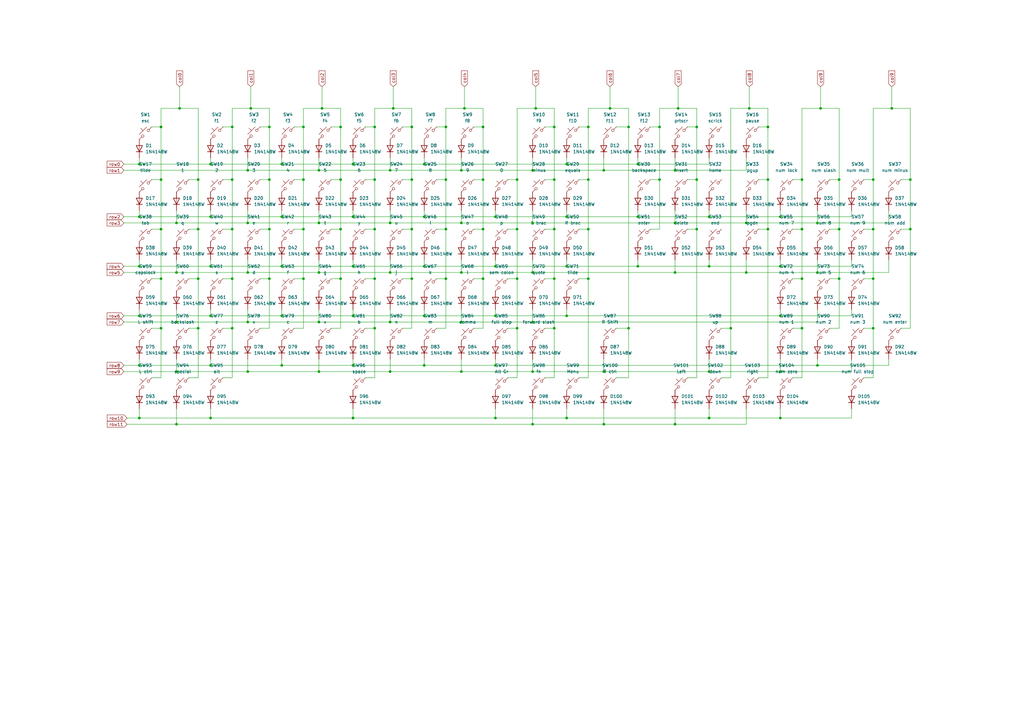
<source format=kicad_sch>
(kicad_sch (version 20250114) (generator "eeschema") (generator_version "9.0")
  (paper "A3")
  (junction (at 290.83 109.22))
  (junction (at 285.75 73.66))
  (junction (at 212.09 93.98))
  (junction (at 130.81 132.08))
  (junction (at 261.62 109.22))
  (junction (at 66.04 73.66))
  (junction (at 66.04 93.98))
  (junction (at 115.57 67.31))
  (junction (at 232.41 129.54))
  (junction (at 358.14 93.98))
  (junction (at 101.6 69.85))
  (junction (at 299.72 134.62))
  (junction (at 57.15 88.9))
  (junction (at 212.09 73.66))
  (junction (at 203.2 109.22))
  (junction (at 198.12 114.3))
  (junction (at 57.15 67.31))
  (junction (at 232.41 171.45))
  (junction (at 290.83 152.4))
  (junction (at 344.17 93.98))
  (junction (at 247.65 173.99))
  (junction (at 115.57 129.54))
  (junction (at 173.99 109.22))
  (junction (at 189.23 69.85))
  (junction (at 124.46 73.66))
  (junction (at 130.81 111.76))
  (junction (at 72.39 152.4))
  (junction (at 328.93 73.66))
  (junction (at 203.2 171.45))
  (junction (at 81.28 73.66))
  (junction (at 173.99 129.54))
  (junction (at 153.67 93.98))
  (junction (at 358.14 73.66))
  (junction (at 320.04 129.54))
  (junction (at 72.39 173.99))
  (junction (at 257.81 134.62))
  (junction (at 139.7 114.3))
  (junction (at 320.04 171.45))
  (junction (at 173.99 149.86))
  (junction (at 160.02 91.44))
  (junction (at 115.57 88.9))
  (junction (at 101.6 152.4))
  (junction (at 173.99 88.9))
  (junction (at 276.86 69.85))
  (junction (at 110.49 73.66))
  (junction (at 276.86 111.76))
  (junction (at 358.14 114.3))
  (junction (at 232.41 109.22))
  (junction (at 124.46 52.07))
  (junction (at 81.28 93.98))
  (junction (at 232.41 88.9))
  (junction (at 95.25 93.98))
  (junction (at 57.15 171.45))
  (junction (at 86.36 129.54))
  (junction (at 168.91 114.3))
  (junction (at 257.81 52.07))
  (junction (at 227.33 52.07))
  (junction (at 182.88 52.07))
  (junction (at 218.44 173.99))
  (junction (at 132.08 44.45))
  (junction (at 144.78 129.54))
  (junction (at 250.19 44.45))
  (junction (at 365.76 44.45))
  (junction (at 261.62 88.9))
  (junction (at 227.33 134.62))
  (junction (at 290.83 88.9))
  (junction (at 110.49 114.3))
  (junction (at 139.7 93.98))
  (junction (at 198.12 73.66))
  (junction (at 218.44 111.76))
  (junction (at 212.09 114.3))
  (junction (at 320.04 109.22))
  (junction (at 66.04 134.62))
  (junction (at 173.99 67.31))
  (junction (at 86.36 67.31))
  (junction (at 72.39 111.76))
  (junction (at 241.3 114.3))
  (junction (at 86.36 88.9))
  (junction (at 144.78 171.45))
  (junction (at 219.71 44.45))
  (junction (at 227.33 114.3))
  (junction (at 66.04 52.07))
  (junction (at 198.12 52.07))
  (junction (at 130.81 152.4))
  (junction (at 218.44 152.4))
  (junction (at 306.07 111.76))
  (junction (at 232.41 67.31))
  (junction (at 276.86 91.44))
  (junction (at 241.3 52.07))
  (junction (at 203.2 88.9))
  (junction (at 144.78 149.86))
  (junction (at 270.51 52.07))
  (junction (at 247.65 152.4))
  (junction (at 314.96 93.98))
  (junction (at 168.91 93.98))
  (junction (at 218.44 69.85))
  (junction (at 81.28 134.62))
  (junction (at 203.2 149.86))
  (junction (at 160.02 132.08))
  (junction (at 189.23 111.76))
  (junction (at 168.91 73.66))
  (junction (at 335.28 111.76))
  (junction (at 344.17 114.3))
  (junction (at 144.78 88.9))
  (junction (at 72.39 91.44))
  (junction (at 57.15 109.22))
  (junction (at 124.46 114.3))
  (junction (at 153.67 114.3))
  (junction (at 241.3 93.98))
  (junction (at 115.57 109.22))
  (junction (at 314.96 73.66))
  (junction (at 247.65 69.85))
  (junction (at 101.6 111.76))
  (junction (at 86.36 109.22))
  (junction (at 261.62 67.31))
  (junction (at 81.28 114.3))
  (junction (at 198.12 93.98))
  (junction (at 182.88 93.98))
  (junction (at 57.15 129.54))
  (junction (at 130.81 91.44))
  (junction (at 358.14 134.62))
  (junction (at 95.25 52.07))
  (junction (at 66.04 114.3))
  (junction (at 320.04 152.4))
  (junction (at 307.34 44.45))
  (junction (at 130.81 69.85))
  (junction (at 320.04 88.9))
  (junction (at 344.17 73.66))
  (junction (at 218.44 91.44))
  (junction (at 373.38 73.66))
  (junction (at 314.96 52.07))
  (junction (at 276.86 173.99))
  (junction (at 278.13 44.45))
  (junction (at 95.25 73.66))
  (junction (at 86.36 171.45))
  (junction (at 218.44 132.08))
  (junction (at 182.88 73.66))
  (junction (at 336.55 44.45))
  (junction (at 285.75 52.07))
  (junction (at 285.75 93.98))
  (junction (at 102.87 44.45))
  (junction (at 144.78 109.22))
  (junction (at 110.49 52.07))
  (junction (at 190.5 44.45))
  (junction (at 160.02 152.4))
  (junction (at 144.78 67.31))
  (junction (at 212.09 134.62))
  (junction (at 161.29 44.45))
  (junction (at 328.93 93.98))
  (junction (at 241.3 73.66))
  (junction (at 153.67 52.07))
  (junction (at 124.46 93.98))
  (junction (at 160.02 69.85))
  (junction (at 189.23 152.4))
  (junction (at 86.36 149.86))
  (junction (at 72.39 132.08))
  (junction (at 182.88 114.3))
  (junction (at 189.23 132.08))
  (junction (at 227.33 93.98))
  (junction (at 335.28 149.86))
  (junction (at 139.7 52.07))
  (junction (at 110.49 93.98))
  (junction (at 203.2 129.54))
  (junction (at 328.93 114.3))
  (junction (at 306.07 91.44))
  (junction (at 101.6 91.44))
  (junction (at 95.25 134.62))
  (junction (at 335.28 91.44))
  (junction (at 115.57 149.86))
  (junction (at 153.67 134.62))
  (junction (at 101.6 132.08))
  (junction (at 95.25 114.3))
  (junction (at 290.83 171.45))
  (junction (at 168.91 52.07))
  (junction (at 189.23 91.44))
  (junction (at 153.67 73.66))
  (junction (at 57.15 149.86))
  (junction (at 160.02 111.76))
  (junction (at 328.93 134.62))
  (junction (at 373.38 93.98))
  (junction (at 270.51 73.66))
  (junction (at 139.7 73.66))
  (junction (at 227.33 73.66))
  (junction (at 73.66 44.45))
  (wire (pts (xy 130.81 111.76) (xy 160.02 111.76)))
  (wire (pts (xy 227.33 114.3) (xy 227.33 134.62)))
  (wire (pts (xy 173.99 129.54) (xy 173.99 127)))
  (wire (pts (xy 124.46 114.3) (xy 124.46 93.98)))
  (wire (pts (xy 66.04 44.45) (xy 73.66 44.45)))
  (wire (pts (xy 91.44 134.62) (xy 95.25 134.62)))
  (wire (pts (xy 335.28 147.32) (xy 335.28 149.86)))
  (wire (pts (xy 182.88 73.66) (xy 182.88 93.98)))
  (wire (pts (xy 120.65 73.66) (xy 124.46 73.66)))
  (wire (pts (xy 252.73 52.07) (xy 257.81 52.07)))
  (wire (pts (xy 328.93 114.3) (xy 328.93 134.62)))
  (wire (pts (xy 57.15 67.31) (xy 86.36 67.31)))
  (wire (pts (xy 86.36 109.22) (xy 115.57 109.22)))
  (wire (pts (xy 335.28 111.76) (xy 364.49 111.76)))
  (wire (pts (xy 72.39 152.4) (xy 101.6 152.4)))
  (wire (pts (xy 194.31 73.66) (xy 198.12 73.66)))
  (wire (pts (xy 232.41 171.45) (xy 232.41 167.64)))
  (wire (pts (xy 173.99 67.31) (xy 232.41 67.31)))
  (wire (pts (xy 320.04 129.54) (xy 320.04 127)))
  (wire (pts (xy 290.83 86.36) (xy 290.83 88.9)))
  (wire (pts (xy 285.75 154.94) (xy 281.94 154.94)))
  (wire (pts (xy 168.91 44.45) (xy 168.91 52.07)))
  (wire (pts (xy 285.75 52.07) (xy 285.75 73.66)))
  (wire (pts (xy 208.28 114.3) (xy 212.09 114.3)))
  (wire (pts (xy 101.6 132.08) (xy 101.6 127)))
  (wire (pts (xy 91.44 93.98) (xy 95.25 93.98)))
  (wire (pts (xy 95.25 114.3) (xy 95.25 93.98)))
  (wire (pts (xy 212.09 44.45) (xy 212.09 73.66)))
  (wire (pts (xy 144.78 86.36) (xy 144.78 88.9)))
  (wire (pts (xy 182.88 52.07) (xy 182.88 73.66)))
  (wire (pts (xy 364.49 147.32) (xy 364.49 149.86)))
  (wire (pts (xy 173.99 64.77) (xy 173.99 67.31)))
  (wire (pts (xy 208.28 93.98) (xy 212.09 93.98)))
  (wire (pts (xy 124.46 93.98) (xy 124.46 73.66)))
  (wire (pts (xy 153.67 73.66) (xy 153.67 93.98)))
  (wire (pts (xy 218.44 132.08) (xy 218.44 127)))
  (wire (pts (xy 194.31 93.98) (xy 198.12 93.98)))
  (wire (pts (xy 120.65 114.3) (xy 124.46 114.3)))
  (wire (pts (xy 101.6 86.36) (xy 101.6 91.44)))
  (wire (pts (xy 218.44 69.85) (xy 247.65 69.85)))
  (wire (pts (xy 261.62 88.9) (xy 232.41 88.9)))
  (wire (pts (xy 57.15 64.77) (xy 57.15 67.31)))
  (wire (pts (xy 182.88 93.98) (xy 182.88 114.3)))
  (wire (pts (xy 218.44 91.44) (xy 276.86 91.44)))
  (wire (pts (xy 278.13 35.56) (xy 278.13 44.45)))
  (wire (pts (xy 189.23 132.08) (xy 189.23 127)))
  (wire (pts (xy 144.78 171.45) (xy 203.2 171.45)))
  (wire (pts (xy 50.8 88.9) (xy 57.15 88.9)))
  (wire (pts (xy 101.6 111.76) (xy 101.6 106.68)))
  (wire (pts (xy 72.39 152.4) (xy 72.39 147.32)))
  (wire (pts (xy 212.09 114.3) (xy 212.09 134.62)))
  (wire (pts (xy 86.36 67.31) (xy 115.57 67.31)))
  (wire (pts (xy 219.71 35.56) (xy 219.71 44.45)))
  (wire (pts (xy 306.07 86.36) (xy 306.07 91.44)))
  (wire (pts (xy 101.6 152.4) (xy 101.6 147.32)))
  (wire (pts (xy 149.86 114.3) (xy 153.67 114.3)))
  (wire (pts (xy 189.23 69.85) (xy 218.44 69.85)))
  (wire (pts (xy 306.07 173.99) (xy 306.07 167.64)))
  (wire (pts (xy 320.04 86.36) (xy 320.04 88.9)))
  (wire (pts (xy 149.86 134.62) (xy 153.67 134.62)))
  (wire (pts (xy 295.91 134.62) (xy 299.72 134.62)))
  (wire (pts (xy 62.23 134.62) (xy 66.04 134.62)))
  (wire (pts (xy 72.39 173.99) (xy 218.44 173.99)))
  (wire (pts (xy 285.75 44.45) (xy 285.75 52.07)))
  (wire (pts (xy 336.55 35.56) (xy 336.55 44.45)))
  (wire (pts (xy 266.7 93.98) (xy 270.51 93.98)))
  (wire (pts (xy 179.07 73.66) (xy 182.88 73.66)))
  (wire (pts (xy 237.49 114.3) (xy 241.3 114.3)))
  (wire (pts (xy 328.93 134.62) (xy 328.93 154.94)))
  (wire (pts (xy 81.28 93.98) (xy 81.28 114.3)))
  (wire (pts (xy 358.14 73.66) (xy 358.14 44.45)))
  (wire (pts (xy 218.44 86.36) (xy 218.44 91.44)))
  (wire (pts (xy 106.68 73.66) (xy 110.49 73.66)))
  (wire (pts (xy 81.28 73.66) (xy 81.28 93.98)))
  (wire (pts (xy 320.04 109.22) (xy 349.25 109.22)))
  (wire (pts (xy 110.49 44.45) (xy 110.49 52.07)))
  (wire (pts (xy 290.83 109.22) (xy 290.83 106.68)))
  (wire (pts (xy 110.49 114.3) (xy 110.49 134.62)))
  (wire (pts (xy 349.25 86.36) (xy 349.25 88.9)))
  (wire (pts (xy 72.39 111.76) (xy 72.39 106.68)))
  (wire (pts (xy 364.49 91.44) (xy 335.28 91.44)))
  (wire (pts (xy 153.67 93.98) (xy 153.67 114.3)))
  (wire (pts (xy 232.41 109.22) (xy 232.41 106.68)))
  (wire (pts (xy 369.57 73.66) (xy 373.38 73.66)))
  (wire (pts (xy 223.52 93.98) (xy 227.33 93.98)))
  (wire (pts (xy 189.23 86.36) (xy 189.23 91.44)))
  (wire (pts (xy 198.12 93.98) (xy 198.12 114.3)))
  (wire (pts (xy 130.81 111.76) (xy 130.81 106.68)))
  (wire (pts (xy 144.78 129.54) (xy 173.99 129.54)))
  (wire (pts (xy 77.47 93.98) (xy 81.28 93.98)))
  (wire (pts (xy 139.7 134.62) (xy 135.89 134.62)))
  (wire (pts (xy 257.81 52.07) (xy 257.81 134.62)))
  (wire (pts (xy 307.34 35.56) (xy 307.34 44.45)))
  (wire (pts (xy 144.78 88.9) (xy 173.99 88.9)))
  (wire (pts (xy 173.99 109.22) (xy 173.99 106.68)))
  (wire (pts (xy 299.72 134.62) (xy 299.72 44.45)))
  (wire (pts (xy 257.81 44.45) (xy 257.81 52.07)))
  (wire (pts (xy 369.57 93.98) (xy 373.38 93.98)))
  (wire (pts (xy 276.86 64.77) (xy 276.86 69.85)))
  (wire (pts (xy 173.99 149.86) (xy 203.2 149.86)))
  (wire (pts (xy 144.78 67.31) (xy 173.99 67.31)))
  (wire (pts (xy 139.7 93.98) (xy 139.7 114.3)))
  (wire (pts (xy 86.36 109.22) (xy 86.36 106.68)))
  (wire (pts (xy 365.76 44.45) (xy 373.38 44.45)))
  (wire (pts (xy 101.6 91.44) (xy 72.39 91.44)))
  (wire (pts (xy 314.96 73.66) (xy 314.96 93.98)))
  (wire (pts (xy 227.33 93.98) (xy 227.33 114.3)))
  (wire (pts (xy 358.14 134.62) (xy 358.14 114.3)))
  (wire (pts (xy 130.81 91.44) (xy 101.6 91.44)))
  (wire (pts (xy 160.02 91.44) (xy 189.23 91.44)))
  (wire (pts (xy 57.15 88.9) (xy 57.15 86.36)))
  (wire (pts (xy 314.96 154.94) (xy 311.15 154.94)))
  (wire (pts (xy 130.81 152.4) (xy 130.81 147.32)))
  (wire (pts (xy 314.96 93.98) (xy 314.96 154.94)))
  (wire (pts (xy 66.04 93.98) (xy 66.04 114.3)))
  (wire (pts (xy 124.46 134.62) (xy 124.46 114.3)))
  (wire (pts (xy 237.49 154.94) (xy 241.3 154.94)))
  (wire (pts (xy 311.15 73.66) (xy 314.96 73.66)))
  (wire (pts (xy 232.41 129.54) (xy 320.04 129.54)))
  (wire (pts (xy 50.8 69.85) (xy 101.6 69.85)))
  (wire (pts (xy 72.39 132.08) (xy 101.6 132.08)))
  (wire (pts (xy 208.28 154.94) (xy 212.09 154.94)))
  (wire (pts (xy 189.23 64.77) (xy 189.23 69.85)))
  (wire (pts (xy 325.12 93.98) (xy 328.93 93.98)))
  (wire (pts (xy 72.39 91.44) (xy 72.39 86.36)))
  (wire (pts (xy 290.83 88.9) (xy 320.04 88.9)))
  (wire (pts (xy 62.23 93.98) (xy 66.04 93.98)))
  (wire (pts (xy 124.46 52.07) (xy 124.46 44.45)))
  (wire (pts (xy 173.99 109.22) (xy 203.2 109.22)))
  (wire (pts (xy 57.15 109.22) (xy 86.36 109.22)))
  (wire (pts (xy 344.17 73.66) (xy 344.17 93.98)))
  (wire (pts (xy 149.86 154.94) (xy 153.67 154.94)))
  (wire (pts (xy 160.02 64.77) (xy 160.02 69.85)))
  (wire (pts (xy 168.91 73.66) (xy 168.91 93.98)))
  (wire (pts (xy 160.02 132.08) (xy 160.02 127)))
  (wire (pts (xy 270.51 44.45) (xy 278.13 44.45)))
  (wire (pts (xy 57.15 171.45) (xy 86.36 171.45)))
  (wire (pts (xy 132.08 35.56) (xy 132.08 44.45)))
  (wire (pts (xy 203.2 171.45) (xy 232.41 171.45)))
  (wire (pts (xy 86.36 171.45) (xy 86.36 167.64)))
  (wire (pts (xy 373.38 73.66) (xy 373.38 93.98)))
  (wire (pts (xy 135.89 73.66) (xy 139.7 73.66)))
  (wire (pts (xy 144.78 129.54) (xy 144.78 127)))
  (wire (pts (xy 124.46 73.66) (xy 124.46 52.07)))
  (wire (pts (xy 364.49 111.76) (xy 364.49 106.68)))
  (wire (pts (xy 276.86 173.99) (xy 306.07 173.99)))
  (wire (pts (xy 276.86 86.36) (xy 276.86 91.44)))
  (wire (pts (xy 110.49 73.66) (xy 110.49 93.98)))
  (wire (pts (xy 261.62 67.31) (xy 290.83 67.31)))
  (wire (pts (xy 77.47 114.3) (xy 81.28 114.3)))
  (wire (pts (xy 340.36 114.3) (xy 344.17 114.3)))
  (wire (pts (xy 189.23 111.76) (xy 218.44 111.76)))
  (wire (pts (xy 241.3 114.3) (xy 241.3 154.94)))
  (wire (pts (xy 91.44 114.3) (xy 95.25 114.3)))
  (wire (pts (xy 130.81 132.08) (xy 130.81 127)))
  (wire (pts (xy 276.86 173.99) (xy 276.86 167.64)))
  (wire (pts (xy 86.36 171.45) (xy 144.78 171.45)))
  (wire (pts (xy 328.93 73.66) (xy 328.93 93.98)))
  (wire (pts (xy 149.86 93.98) (xy 153.67 93.98)))
  (wire (pts (xy 165.1 114.3) (xy 168.91 114.3)))
  (wire (pts (xy 66.04 52.07) (xy 66.04 73.66)))
  (wire (pts (xy 354.33 93.98) (xy 358.14 93.98)))
  (wire (pts (xy 203.2 149.86) (xy 335.28 149.86)))
  (wire (pts (xy 52.07 171.45) (xy 57.15 171.45)))
  (wire (pts (xy 349.25 88.9) (xy 320.04 88.9)))
  (wire (pts (xy 257.81 134.62) (xy 257.81 154.94)))
  (wire (pts (xy 358.14 93.98) (xy 358.14 73.66)))
  (wire (pts (xy 227.33 52.07) (xy 227.33 73.66)))
  (wire (pts (xy 72.39 132.08) (xy 72.39 127)))
  (wire (pts (xy 81.28 44.45) (xy 73.66 44.45)))
  (wire (pts (xy 86.36 149.86) (xy 115.57 149.86)))
  (wire (pts (xy 66.04 114.3) (xy 66.04 134.62)))
  (wire (pts (xy 247.65 173.99) (xy 247.65 167.64)))
  (wire (pts (xy 241.3 52.07) (xy 241.3 44.45)))
  (wire (pts (xy 189.23 152.4) (xy 218.44 152.4)))
  (wire (pts (xy 182.88 134.62) (xy 182.88 114.3)))
  (wire (pts (xy 218.44 152.4) (xy 218.44 147.32)))
  (wire (pts (xy 50.8 109.22) (xy 57.15 109.22)))
  (wire (pts (xy 179.07 114.3) (xy 182.88 114.3)))
  (wire (pts (xy 179.07 52.07) (xy 182.88 52.07)))
  (wire (pts (xy 328.93 93.98) (xy 328.93 114.3)))
  (wire (pts (xy 250.19 35.56) (xy 250.19 44.45)))
  (wire (pts (xy 261.62 109.22) (xy 261.62 106.68)))
  (wire (pts (xy 115.57 64.77) (xy 115.57 67.31)))
  (wire (pts (xy 247.65 69.85) (xy 276.86 69.85)))
  (wire (pts (xy 344.17 114.3) (xy 344.17 134.62)))
  (wire (pts (xy 50.8 152.4) (xy 72.39 152.4)))
  (wire (pts (xy 208.28 73.66) (xy 212.09 73.66)))
  (wire (pts (xy 50.8 91.44) (xy 72.39 91.44)))
  (wire (pts (xy 285.75 73.66) (xy 285.75 93.98)))
  (wire (pts (xy 130.81 64.77) (xy 130.81 69.85)))
  (wire (pts (xy 290.83 171.45) (xy 290.83 167.64)))
  (wire (pts (xy 168.91 114.3) (xy 168.91 134.62)))
  (wire (pts (xy 168.91 93.98) (xy 168.91 114.3)))
  (wire (pts (xy 223.52 134.62) (xy 227.33 134.62)))
  (wire (pts (xy 66.04 154.94) (xy 62.23 154.94)))
  (wire (pts (xy 115.57 86.36) (xy 115.57 88.9)))
  (wire (pts (xy 57.15 149.86) (xy 86.36 149.86)))
  (wire (pts (xy 299.72 44.45) (xy 307.34 44.45)))
  (wire (pts (xy 198.12 114.3) (xy 198.12 134.62)))
  (wire (pts (xy 336.55 44.45) (xy 344.17 44.45)))
  (wire (pts (xy 130.81 69.85) (xy 160.02 69.85)))
  (wire (pts (xy 168.91 134.62) (xy 165.1 134.62)))
  (wire (pts (xy 95.25 44.45) (xy 102.87 44.45)))
  (wire (pts (xy 110.49 52.07) (xy 110.49 73.66)))
  (wire (pts (xy 223.52 52.07) (xy 227.33 52.07)))
  (wire (pts (xy 237.49 93.98) (xy 241.3 93.98)))
  (wire (pts (xy 349.25 171.45) (xy 349.25 167.64)))
  (wire (pts (xy 354.33 114.3) (xy 358.14 114.3)))
  (wire (pts (xy 132.08 44.45) (xy 139.7 44.45)))
  (wire (pts (xy 57.15 109.22) (xy 57.15 106.68)))
  (wire (pts (xy 106.68 52.07) (xy 110.49 52.07)))
  (wire (pts (xy 252.73 134.62) (xy 257.81 134.62)))
  (wire (pts (xy 139.7 73.66) (xy 139.7 93.98)))
  (wire (pts (xy 261.62 86.36) (xy 261.62 88.9)))
  (wire (pts (xy 335.28 127) (xy 335.28 132.08)))
  (wire (pts (xy 328.93 44.45) (xy 328.93 73.66)))
  (wire (pts (xy 153.67 154.94) (xy 153.67 134.62)))
  (wire (pts (xy 218.44 111.76) (xy 218.44 106.68)))
  (wire (pts (xy 106.68 93.98) (xy 110.49 93.98)))
  (wire (pts (xy 261.62 109.22) (xy 290.83 109.22)))
  (wire (pts (xy 203.2 129.54) (xy 203.2 127)))
  (wire (pts (xy 373.38 44.45) (xy 373.38 73.66)))
  (wire (pts (xy 135.89 52.07) (xy 139.7 52.07)))
  (wire (pts (xy 153.67 44.45) (xy 161.29 44.45)))
  (wire (pts (xy 276.86 111.76) (xy 306.07 111.76)))
  (wire (pts (xy 182.88 44.45) (xy 182.88 52.07)))
  (wire (pts (xy 198.12 134.62) (xy 194.31 134.62)))
  (wire (pts (xy 290.83 152.4) (xy 320.04 152.4)))
  (wire (pts (xy 232.41 64.77) (xy 232.41 67.31)))
  (wire (pts (xy 160.02 91.44) (xy 130.81 91.44)))
  (wire (pts (xy 57.15 129.54) (xy 86.36 129.54)))
  (wire (pts (xy 320.04 171.45) (xy 349.25 171.45)))
  (wire (pts (xy 160.02 152.4) (xy 160.02 147.32)))
  (wire (pts (xy 247.65 152.4) (xy 290.83 152.4)))
  (wire (pts (xy 153.67 114.3) (xy 153.67 134.62)))
  (wire (pts (xy 227.33 154.94) (xy 223.52 154.94)))
  (wire (pts (xy 153.67 44.45) (xy 153.67 52.07)))
  (wire (pts (xy 335.28 111.76) (xy 335.28 106.68)))
  (wire (pts (xy 144.78 64.77) (xy 144.78 67.31)))
  (wire (pts (xy 320.04 109.22) (xy 320.04 106.68)))
  (wire (pts (xy 212.09 73.66) (xy 212.09 93.98)))
  (wire (pts (xy 144.78 149.86) (xy 173.99 149.86)))
  (wire (pts (xy 306.07 111.76) (xy 335.28 111.76)))
  (wire (pts (xy 335.28 149.86) (xy 364.49 149.86)))
  (wire (pts (xy 232.41 129.54) (xy 232.41 127)))
  (wire (pts (xy 149.86 73.66) (xy 153.67 73.66)))
  (wire (pts (xy 86.36 64.77) (xy 86.36 67.31)))
  (wire (pts (xy 160.02 69.85) (xy 189.23 69.85)))
  (wire (pts (xy 232.41 171.45) (xy 290.83 171.45)))
  (wire (pts (xy 237.49 52.07) (xy 241.3 52.07)))
  (wire (pts (xy 91.44 73.66) (xy 95.25 73.66)))
  (wire (pts (xy 358.14 44.45) (xy 365.76 44.45)))
  (wire (pts (xy 311.15 93.98) (xy 314.96 93.98)))
  (wire (pts (xy 223.52 114.3) (xy 227.33 114.3)))
  (wire (pts (xy 299.72 154.94) (xy 299.72 134.62)))
  (wire (pts (xy 373.38 93.98) (xy 373.38 134.62)))
  (wire (pts (xy 160.02 152.4) (xy 189.23 152.4)))
  (wire (pts (xy 241.3 93.98) (xy 241.3 114.3)))
  (wire (pts (xy 189.23 111.76) (xy 189.23 106.68)))
  (wire (pts (xy 72.39 111.76) (xy 101.6 111.76)))
  (wire (pts (xy 77.47 154.94) (xy 81.28 154.94)))
  (wire (pts (xy 314.96 44.45) (xy 314.96 52.07)))
  (wire (pts (xy 77.47 73.66) (xy 81.28 73.66)))
  (wire (pts (xy 320.04 152.4) (xy 349.25 152.4)))
  (wire (pts (xy 212.09 93.98) (xy 212.09 114.3)))
  (wire (pts (xy 91.44 52.07) (xy 95.25 52.07)))
  (wire (pts (xy 81.28 134.62) (xy 81.28 154.94)))
  (wire (pts (xy 270.51 44.45) (xy 270.51 52.07)))
  (wire (pts (xy 320.04 147.32) (xy 320.04 152.4)))
  (wire (pts (xy 101.6 111.76) (xy 130.81 111.76)))
  (wire (pts (xy 218.44 173.99) (xy 247.65 173.99)))
  (wire (pts (xy 153.67 52.07) (xy 153.67 73.66)))
  (wire (pts (xy 276.86 69.85) (xy 306.07 69.85)))
  (wire (pts (xy 120.65 93.98) (xy 124.46 93.98)))
  (wire (pts (xy 218.44 152.4) (xy 247.65 152.4)))
  (wire (pts (xy 212.09 134.62) (xy 212.09 154.94)))
  (wire (pts (xy 189.23 91.44) (xy 218.44 91.44)))
  (wire (pts (xy 358.14 114.3) (xy 358.14 93.98)))
  (wire (pts (xy 57.15 127) (xy 57.15 129.54)))
  (wire (pts (xy 50.8 111.76) (xy 72.39 111.76)))
  (wire (pts (xy 189.23 132.08) (xy 218.44 132.08)))
  (wire (pts (xy 179.07 93.98) (xy 182.88 93.98)))
  (wire (pts (xy 373.38 134.62) (xy 369.57 134.62)))
  (wire (pts (xy 365.76 35.56) (xy 365.76 44.45)))
  (wire (pts (xy 335.28 86.36) (xy 335.28 91.44)))
  (wire (pts (xy 261.62 64.77) (xy 261.62 67.31)))
  (wire (pts (xy 276.86 111.76) (xy 276.86 106.68)))
  (wire (pts (xy 247.65 147.32) (xy 247.65 152.4)))
  (wire (pts (xy 314.96 52.07) (xy 314.96 73.66)))
  (wire (pts (xy 101.6 64.77) (xy 101.6 69.85)))
  (wire (pts (xy 306.07 69.85) (xy 306.07 64.77)))
  (wire (pts (xy 101.6 69.85) (xy 130.81 69.85)))
  (wire (pts (xy 349.25 109.22) (xy 349.25 106.68)))
  (wire (pts (xy 232.41 86.36) (xy 232.41 88.9)))
  (wire (pts (xy 344.17 44.45) (xy 344.17 73.66)))
  (wire (pts (xy 218.44 132.08) (xy 335.28 132.08)))
  (wire (pts (xy 290.83 171.45) (xy 320.04 171.45)))
  (wire (pts (xy 115.57 67.31) (xy 144.78 67.31)))
  (wire (pts (xy 57.15 167.64) (xy 57.15 171.45)))
  (wire (pts (xy 179.07 134.62) (xy 182.88 134.62)))
  (wire (pts (xy 106.68 114.3) (xy 110.49 114.3)))
  (wire (pts (xy 173.99 86.36) (xy 173.99 88.9)))
  (wire (pts (xy 161.29 44.45) (xy 168.91 44.45)))
  (wire (pts (xy 95.25 52.07) (xy 95.25 44.45)))
  (wire (pts (xy 160.02 86.36) (xy 160.02 91.44)))
  (wire (pts (xy 349.25 129.54) (xy 349.25 127)))
  (wire (pts (xy 290.83 109.22) (xy 320.04 109.22)))
  (wire (pts (xy 281.94 73.66) (xy 285.75 73.66)))
  (wire (pts (xy 66.04 134.62) (xy 66.04 154.94)))
  (wire (pts (xy 50.8 67.31) (xy 57.15 67.31)))
  (wire (pts (xy 139.7 52.07) (xy 139.7 73.66)))
  (wire (pts (xy 250.19 44.45) (xy 257.81 44.45)))
  (wire (pts (xy 130.81 86.36) (xy 130.81 91.44)))
  (wire (pts (xy 110.49 93.98) (xy 110.49 114.3)))
  (wire (pts (xy 165.1 93.98) (xy 168.91 93.98)))
  (wire (pts (xy 237.49 73.66) (xy 241.3 73.66)))
  (wire (pts (xy 144.78 109.22) (xy 144.78 106.68)))
  (wire (pts (xy 182.88 44.45) (xy 190.5 44.45)))
  (wire (pts (xy 173.99 129.54) (xy 203.2 129.54)))
  (wire (pts (xy 115.57 88.9) (xy 86.36 88.9)))
  (wire (pts (xy 95.25 134.62) (xy 95.25 114.3)))
  (wire (pts (xy 344.17 93.98) (xy 344.17 114.3)))
  (wire (pts (xy 212.09 44.45) (xy 219.71 44.45)))
  (wire (pts (xy 168.91 52.07) (xy 168.91 73.66)))
  (wire (pts (xy 320.04 129.54) (xy 349.25 129.54)))
  (wire (pts (xy 203.2 109.22) (xy 203.2 106.68)))
  (wire (pts (xy 203.2 171.45) (xy 203.2 167.64)))
  (wire (pts (xy 261.62 88.9) (xy 290.83 88.9)))
  (wire (pts (xy 198.12 44.45) (xy 198.12 52.07)))
  (wire (pts (xy 72.39 173.99) (xy 72.39 167.64)))
  (wire (pts (xy 190.5 44.45) (xy 198.12 44.45)))
  (wire (pts (xy 50.8 129.54) (xy 57.15 129.54)))
  (wire (pts (xy 102.87 35.56) (xy 102.87 44.45)))
  (wire (pts (xy 223.52 73.66) (xy 227.33 73.66)))
  (wire (pts (xy 73.66 35.56) (xy 73.66 44.45)))
  (wire (pts (xy 139.7 44.45) (xy 139.7 52.07)))
  (wire (pts (xy 120.65 52.07) (xy 124.46 52.07)))
  (wire (pts (xy 86.36 129.54) (xy 115.57 129.54)))
  (wire (pts (xy 227.33 73.66) (xy 227.33 93.98)))
  (wire (pts (xy 144.78 149.86) (xy 144.78 147.32)))
  (wire (pts (xy 62.23 52.07) (xy 66.04 52.07)))
  (wire (pts (xy 218.44 64.77) (xy 218.44 69.85)))
  (wire (pts (xy 189.23 152.4) (xy 189.23 147.32)))
  (wire (pts (xy 52.07 173.99) (xy 72.39 173.99)))
  (wire (pts (xy 115.57 129.54) (xy 144.78 129.54)))
  (wire (pts (xy 95.25 154.94) (xy 95.25 134.62)))
  (wire (pts (xy 290.83 147.32) (xy 290.83 152.4)))
  (wire (pts (xy 247.65 64.77) (xy 247.65 69.85)))
  (wire (pts (xy 325.12 73.66) (xy 328.93 73.66)))
  (wire (pts (xy 306.07 111.76) (xy 306.07 106.68)))
  (wire (pts (xy 115.57 129.54) (xy 115.57 127)))
  (wire (pts (xy 124.46 44.45) (xy 132.08 44.45)))
  (wire (pts (xy 66.04 73.66) (xy 66.04 93.98)))
  (wire (pts (xy 130.81 132.08) (xy 160.02 132.08)))
  (wire (pts (xy 161.29 35.56) (xy 161.29 44.45)))
  (wire (pts (xy 354.33 73.66) (xy 358.14 73.66)))
  (wire (pts (xy 203.2 149.86) (xy 203.2 147.32)))
  (wire (pts (xy 247.65 173.99) (xy 276.86 173.99)))
  (wire (pts (xy 358.14 154.94) (xy 358.14 134.62)))
  (wire (pts (xy 101.6 152.4) (xy 130.81 152.4)))
  (wire (pts (xy 325.12 134.62) (xy 328.93 134.62)))
  (wire (pts (xy 144.78 88.9) (xy 115.57 88.9)))
  (wire (pts (xy 198.12 73.66) (xy 198.12 93.98)))
  (wire (pts (xy 241.3 73.66) (xy 241.3 93.98)))
  (wire (pts (xy 328.93 44.45) (xy 336.55 44.45)))
  (wire (pts (xy 115.57 149.86) (xy 115.57 147.32)))
  (wire (pts (xy 340.36 93.98) (xy 344.17 93.98)))
  (wire (pts (xy 86.36 86.36) (xy 86.36 88.9)))
  (wire (pts (xy 91.44 154.94) (xy 95.25 154.94)))
  (wire (pts (xy 120.65 134.62) (xy 124.46 134.62)))
  (wire (pts (xy 165.1 52.07) (xy 168.91 52.07)))
  (wire (pts (xy 344.17 134.62) (xy 340.36 134.62)))
  (wire (pts (xy 203.2 129.54) (xy 232.41 129.54)))
  (wire (pts (xy 257.81 154.94) (xy 252.73 154.94)))
  (wire (pts (xy 194.31 114.3) (xy 198.12 114.3)))
  (wire (pts (xy 115.57 109.22) (xy 115.57 106.68)))
  (wire (pts (xy 320.04 171.45) (xy 320.04 167.64)))
  (wire (pts (xy 266.7 52.07) (xy 270.51 52.07)))
  (wire (pts (xy 173.99 149.86) (xy 173.99 147.32)))
  (wire (pts (xy 219.71 44.45) (xy 227.33 44.45)))
  (wire (pts (xy 198.12 52.07) (xy 198.12 73.66)))
  (wire (pts (xy 203.2 86.36) (xy 203.2 88.9)))
  (wire (pts (xy 86.36 129.54) (xy 86.36 127)))
  (wire (pts (xy 295.91 154.94) (xy 299.72 154.94)))
  (wire (pts (xy 66.04 44.45) (xy 66.04 52.07)))
  (wire (pts (xy 86.36 88.9) (xy 57.15 88.9)))
  (wire (pts (xy 50.8 132.08) (xy 72.39 132.08)))
  (wire (pts (xy 218.44 173.99) (xy 218.44 167.64)))
  (wire (pts (xy 354.33 134.62) (xy 358.14 134.62)))
  (wire (pts (xy 57.15 149.86) (xy 57.15 147.32)))
  (wire (pts (xy 290.83 67.31) (xy 290.83 64.77)))
  (wire (pts (xy 203.2 109.22) (xy 232.41 109.22)))
  (wire (pts (xy 135.89 114.3) (xy 139.7 114.3)))
  (wire (pts (xy 81.28 114.3) (xy 81.28 134.62)))
  (wire (pts (xy 102.87 44.45) (xy 110.49 44.45)))
  (wire (pts (xy 115.57 109.22) (xy 144.78 109.22)))
  (wire (pts (xy 311.15 52.07) (xy 314.96 52.07)))
  (wire (pts (xy 227.33 44.45) (xy 227.33 52.07)))
  (wire (pts (xy 241.3 73.66) (xy 241.3 52.07)))
  (wire (pts (xy 307.34 44.45) (xy 314.96 44.45)))
  (wire (pts (xy 110.49 134.62) (xy 106.68 134.62)))
  (wire (pts (xy 335.28 91.44) (xy 306.07 91.44)))
  (wire (pts (xy 325.12 114.3) (xy 328.93 114.3)))
  (wire (pts (xy 62.23 73.66) (xy 66.04 73.66)))
  (wire (pts (xy 160.02 111.76) (xy 189.23 111.76)))
  (wire (pts (xy 218.44 111.76) (xy 276.86 111.76)))
  (wire (pts (xy 62.23 114.3) (xy 66.04 114.3)))
  (wire (pts (xy 241.3 44.45) (xy 250.19 44.45)))
  (wire (pts (xy 306.07 91.44) (xy 276.86 91.44)))
  (wire (pts (xy 325.12 154.94) (xy 328.93 154.94)))
  (wire (pts (xy 227.33 134.62) (xy 227.33 154.94)))
  (wire (pts (xy 232.41 109.22) (xy 261.62 109.22)))
  (wire (pts (xy 194.31 52.07) (xy 198.12 52.07)))
  (wire (pts (xy 278.13 44.45) (xy 285.75 44.45)))
  (wire (pts (xy 149.86 52.07) (xy 153.67 52.07)))
  (wire (pts (xy 130.81 152.4) (xy 160.02 152.4)))
  (wire (pts (xy 270.51 52.07) (xy 270.51 73.66)))
  (wire (pts (xy 281.94 93.98) (xy 285.75 93.98)))
  (wire (pts (xy 86.36 149.86) (xy 86.36 147.32)))
  (wire (pts (xy 340.36 73.66) (xy 344.17 73.66)))
  (wire (pts (xy 139.7 114.3) (xy 139.7 134.62)))
  (wire (pts (xy 232.41 67.31) (xy 261.62 67.31)))
  (wire (pts (xy 50.8 149.86) (xy 57.15 149.86)))
  (wire (pts (xy 160.02 111.76) (xy 160.02 106.68)))
  (wire (pts (xy 354.33 154.94) (xy 358.14 154.94)))
  (wire (pts (xy 95.25 73.66) (xy 95.25 52.07)))
  (wire (pts (xy 173.99 88.9) (xy 203.2 88.9)))
  (wire (pts (xy 208.28 134.62) (xy 212.09 134.62)))
  (wire (pts (xy 349.25 147.32) (xy 349.25 152.4)))
  (wire (pts (xy 190.5 35.56) (xy 190.5 44.45)))
  (wire (pts (xy 77.47 134.62) (xy 81.28 134.62)))
  (wire (pts (xy 81.28 44.45) (xy 81.28 73.66)))
  (wire (pts (xy 160.02 132.08) (xy 189.23 132.08)))
  (wire (pts (xy 135.89 93.98) (xy 139.7 93.98)))
  (wire (pts (xy 165.1 73.66) (xy 168.91 73.66)))
  (wire (pts (xy 101.6 132.08) (xy 130.81 132.08)))
  (wire (pts (xy 270.51 93.98) (xy 270.51 73.66)))
  (wire (pts (xy 232.41 88.9) (xy 203.2 88.9)))
  (wire (pts (xy 364.49 86.36) (xy 364.49 91.44)))
  (wire (pts (xy 95.25 93.98) (xy 95.25 73.66)))
  (wire (pts (xy 281.94 52.07) (xy 285.75 52.07)))
  (wire (pts (xy 266.7 73.66) (xy 270.51 73.66)))
  (wire (pts (xy 115.57 149.86) (xy 144.78 149.86)))
  (wire (pts (xy 285.75 93.98) (xy 285.75 154.94)))
  (wire (pts (xy 144.78 109.22) (xy 173.99 109.22)))
  (wire (pts (xy 144.78 171.45) (xy 144.78 167.64)))
  (global_label "col4" (shape input) (at 190.5 35.56 90) (property "Intersheetrefs" "${INTERSHEET_REFS}" (effects (hide yes))))
  (global_label "row9" (shape input) (at 50.8 152.4 180) (property "Intersheetrefs" "${INTERSHEET_REFS}" (effects (hide yes))))
  (global_label "row7" (shape input) (at 50.8 132.08 180) (property "Intersheetrefs" "${INTERSHEET_REFS}" (effects (hide yes))))
  (global_label "row8" (shape input) (at 50.8 149.86 180) (property "Intersheetrefs" "${INTERSHEET_REFS}" (effects (hide yes))))
  (global_label "col6" (shape input) (at 250.19 35.56 90) (property "Intersheetrefs" "${INTERSHEET_REFS}" (effects (hide yes))))
  (global_label "col8" (shape input) (at 307.34 35.56 90) (property "Intersheetrefs" "${INTERSHEET_REFS}" (effects (hide yes))))
  (global_label "row0" (shape input) (at 50.8 67.31 180) (property "Intersheetrefs" "${INTERSHEET_REFS}" (effects (hide yes))))
  (global_label "col9" (shape input) (at 365.76 35.56 90) (property "Intersheetrefs" "${INTERSHEET_REFS}" (effects (hide yes))))
  (global_label "row2" (shape input) (at 50.8 88.9 180) (property "Intersheetrefs" "${INTERSHEET_REFS}" (effects (hide yes))))
  (global_label "row1" (shape input) (at 50.8 69.85 180) (property "Intersheetrefs" "${INTERSHEET_REFS}" (effects (hide yes))))
  (global_label "col0" (shape input) (at 73.66 35.56 90) (property "Intersheetrefs" "${INTERSHEET_REFS}" (effects (hide yes))))
  (global_label "row11" (shape input) (at 52.07 173.99 180) (property "Intersheetrefs" "${INTERSHEET_REFS}" (effects (hide yes))))
  (global_label "row6" (shape input) (at 50.8 129.54 180) (property "Intersheetrefs" "${INTERSHEET_REFS}" (effects (hide yes))))
  (global_label "col7" (shape input) (at 278.13 35.56 90) (property "Intersheetrefs" "${INTERSHEET_REFS}" (effects (hide yes))))
  (global_label "col1" (shape input) (at 102.87 35.56 90) (property "Intersheetrefs" "${INTERSHEET_REFS}" (effects (hide yes))))
  (global_label "col5" (shape input) (at 219.71 35.56 90) (property "Intersheetrefs" "${INTERSHEET_REFS}" (effects (hide yes))))
  (global_label "col9" (shape input) (at 336.55 35.56 90) (property "Intersheetrefs" "${INTERSHEET_REFS}" (effects (hide yes))))
  (global_label "row3" (shape input) (at 50.8 91.44 180) (property "Intersheetrefs" "${INTERSHEET_REFS}" (effects (hide yes))))
  (global_label "col2" (shape input) (at 132.08 35.56 90) (property "Intersheetrefs" "${INTERSHEET_REFS}" (effects (hide yes))))
  (global_label "row5" (shape input) (at 50.8 111.76 180) (property "Intersheetrefs" "${INTERSHEET_REFS}" (effects (hide yes))))
  (global_label "row4" (shape input) (at 50.8 109.22 180) (property "Intersheetrefs" "${INTERSHEET_REFS}" (effects (hide yes))))
  (global_label "row10" (shape input) (at 52.07 171.45 180) (property "Intersheetrefs" "${INTERSHEET_REFS}" (effects (hide yes))))
  (global_label "col3" (shape input) (at 161.29 35.56 90) (property "Intersheetrefs" "${INTERSHEET_REFS}" (effects (hide yes))))
  (symbol (lib_id "Diode:1N4148WT") (at 218.44 123.19 90) (unit 1)
    (property "Reference" "D70" (at 220.98 121.9199 90) (effects (justify right)))
    (property "Value" "1N4148W" (at 220.98 124.4599 90) (effects (justify right)))
    (property "Footprint" "Diode_SMD:D_SOD-123" (effects (hide yes)))
    (property "Datasheet" "https://www.diodes.com/assets/Datasheets/ds30396.pdf" (effects (hide yes)))
    (property "Description" "75V 0.15A Fast switching Diode, SOD-523" (effects (hide yes)))
    (property "Sim.Device" "D" (effects (hide yes)))
    (property "Sim.Pins" "1=K 2=A" (effects (hide yes)))
  )
  (symbol (lib_id "Switch:SW_Push_45deg") (at 104.14 76.2 0) (mirror y) (unit 1)
    (property "Reference" "SW20" (at 104.14 67.31 0))
    (property "Value" "3" (at 104.14 69.85 0))
    (property "Footprint" "PCM_Switch_Keyboard_Hotswap_Kailh:SW_Hotswap_Kailh_Choc_V1V2_1.00u" (effects (hide yes)))
    (property "Description" "Push button switch, normally open, two pins, 45° tilted" (effects (hide yes)))
  )
  (symbol (lib_id "Diode:1N4148WT") (at 72.39 123.19 90) (unit 1)
    (property "Reference" "D60" (at 74.93 121.9199 90) (effects (justify right)))
    (property "Value" "1N4148W" (at 74.93 124.4599 90) (effects (justify right)))
    (property "Footprint" "Diode_SMD:D_SOD-123" (effects (hide yes)))
    (property "Datasheet" "https://www.diodes.com/assets/Datasheets/ds30396.pdf" (effects (hide yes)))
    (property "Description" "75V 0.15A Fast switching Diode, SOD-523" (effects (hide yes)))
    (property "Sim.Device" "D" (effects (hide yes)))
    (property "Sim.Pins" "1=K 2=A" (effects (hide yes)))
  )
  (symbol (lib_id "Switch:SW_Push_45deg") (at 293.37 54.61 0) (mirror y) (unit 1)
    (property "Reference" "SW15" (at 293.37 46.99 0))
    (property "Value" "scrlck" (at 293.37 49.53 0))
    (property "Footprint" "PCM_Switch_Keyboard_Hotswap_Kailh:SW_Hotswap_Kailh_Choc_V1V2_1.00u" (effects (hide yes)))
    (property "Description" "Push button switch, normally open, two pins, 45° tilted" (effects (hide yes)))
  )
  (symbol (lib_id "Diode:1N4148WT") (at 130.81 82.55 90) (unit 1)
    (property "Reference" "D22" (at 133.35 81.2799 90) (effects (justify right)))
    (property "Value" "1N4148W" (at 133.35 83.8199 90) (effects (justify right)))
    (property "Footprint" "Diode_SMD:D_SOD-123" (effects (hide yes)))
    (property "Datasheet" "https://www.diodes.com/assets/Datasheets/ds30396.pdf" (effects (hide yes)))
    (property "Description" "75V 0.15A Fast switching Diode, SOD-523" (effects (hide yes)))
    (property "Sim.Device" "D" (effects (hide yes)))
    (property "Sim.Pins" "1=K 2=A" (effects (hide yes)))
  )
  (symbol (lib_id "Diode:1N4148WT") (at 144.78 60.96 90) (unit 1)
    (property "Reference" "D6" (at 147.32 59.6899 90) (effects (justify right)))
    (property "Value" "1N4148W" (at 147.32 62.2299 90) (effects (justify right)))
    (property "Footprint" "Diode_SMD:D_SOD-123" (effects (hide yes)))
    (property "Datasheet" "https://www.diodes.com/assets/Datasheets/ds30396.pdf" (effects (hide yes)))
    (property "Description" "75V 0.15A Fast switching Diode, SOD-523" (effects (hide yes)))
    (property "Sim.Device" "D" (effects (hide yes)))
    (property "Sim.Pins" "1=K 2=A" (effects (hide yes)))
  )
  (symbol (lib_id "Switch:SW_Push_45deg") (at 133.35 116.84 0) (mirror y) (unit 1)
    (property "Reference" "SW64" (at 133.35 109.22 0))
    (property "Value" "g" (at 133.35 111.76 0))
    (property "Footprint" "PCM_Switch_Keyboard_Hotswap_Kailh:SW_Hotswap_Kailh_Choc_V1V2_1.00u" (effects (hide yes)))
    (property "Description" "Push button switch, normally open, two pins, 45° tilted" (effects (hide yes)))
  )
  (symbol (lib_id "Diode:1N4148WT") (at 144.78 123.19 90) (unit 1)
    (property "Reference" "D65" (at 147.32 121.9199 90) (effects (justify right)))
    (property "Value" "1N4148W" (at 147.32 124.4599 90) (effects (justify right)))
    (property "Footprint" "Diode_SMD:D_SOD-123" (effects (hide yes)))
    (property "Datasheet" "https://www.diodes.com/assets/Datasheets/ds30396.pdf" (effects (hide yes)))
    (property "Description" "75V 0.15A Fast switching Diode, SOD-523" (effects (hide yes)))
    (property "Sim.Device" "D" (effects (hide yes)))
    (property "Sim.Pins" "1=K 2=A" (effects (hide yes)))
  )
  (symbol (lib_id "Switch:SW_Push_45deg") (at 293.37 76.2 0) (mirror y) (unit 1)
    (property "Reference" "SW32" (at 293.37 67.31 0))
    (property "Value" "home" (at 293.37 69.85 0))
    (property "Footprint" "PCM_Switch_Keyboard_Hotswap_Kailh:SW_Hotswap_Kailh_Choc_V1V2_1.00u" (effects (hide yes)))
    (property "Description" "Push button switch, normally open, two pins, 45° tilted" (effects (hide yes)))
  )
  (symbol (lib_id "Diode:1N4148WT") (at 130.81 102.87 90) (unit 1)
    (property "Reference" "D43" (at 133.35 101.5999 90) (effects (justify right)))
    (property "Value" "1N4148W" (at 133.35 104.1399 90) (effects (justify right)))
    (property "Footprint" "Diode_SMD:D_SOD-123" (effects (hide yes)))
    (property "Datasheet" "https://www.diodes.com/assets/Datasheets/ds30396.pdf" (effects (hide yes)))
    (property "Description" "75V 0.15A Fast switching Diode, SOD-523" (effects (hide yes)))
    (property "Sim.Device" "D" (effects (hide yes)))
    (property "Sim.Pins" "1=K 2=A" (effects (hide yes)))
  )
  (symbol (lib_id "Switch:SW_Push_45deg") (at 133.35 137.16 0) (mirror y) (unit 1)
    (property "Reference" "SW80" (at 133.35 129.54 0))
    (property "Value" "v" (at 133.35 132.08 0))
    (property "Footprint" "PCM_Switch_Keyboard_Hotswap_Kailh:SW_Hotswap_Kailh_Choc_V1V2_1.00u" (effects (hide yes)))
    (property "Description" "Push button switch, normally open, two pins, 45° tilted" (effects (hide yes)))
  )
  (symbol (lib_id "Switch:SW_Push_45deg") (at 279.4 157.48 0) (mirror y) (unit 1)
    (property "Reference" "SW101" (at 279.4 149.86 0))
    (property "Value" "Left" (at 279.4 152.4 0))
    (property "Footprint" "PCM_Switch_Keyboard_Hotswap_Kailh:SW_Hotswap_Kailh_Choc_V1V2_1.00u" (effects (hide yes)))
    (property "Description" "Push button switch, normally open, two pins, 45° tilted" (effects (hide yes)))
  )
  (symbol (lib_id "Diode:1N4148WT") (at 276.86 60.96 90) (unit 1)
    (property "Reference" "D14" (at 279.4 59.6899 90) (effects (justify right)))
    (property "Value" "1N4148W" (at 279.4 62.2299 90) (effects (justify right)))
    (property "Footprint" "Diode_SMD:D_SOD-123" (effects (hide yes)))
    (property "Datasheet" "https://www.diodes.com/assets/Datasheets/ds30396.pdf" (effects (hide yes)))
    (property "Description" "75V 0.15A Fast switching Diode, SOD-523" (effects (hide yes)))
    (property "Sim.Device" "D" (effects (hide yes)))
    (property "Sim.Pins" "1=K 2=A" (effects (hide yes)))
  )
  (symbol (lib_id "Switch:SW_Push_45deg") (at 337.82 76.2 0) (mirror y) (unit 1)
    (property "Reference" "SW35" (at 337.82 67.31 0))
    (property "Value" "num slash" (at 337.82 69.85 0))
    (property "Footprint" "PCM_Switch_Keyboard_Hotswap_Kailh:SW_Hotswap_Kailh_Choc_V1V2_1.00u" (effects (hide yes)))
    (property "Description" "Push button switch, normally open, two pins, 45° tilted" (effects (hide yes)))
  )
  (symbol (lib_id "Diode:1N4148WT") (at 261.62 82.55 90) (unit 1)
    (property "Reference" "D30" (at 264.16 81.2799 90) (effects (justify right)))
    (property "Value" "1N4148W" (at 264.16 83.8199 90) (effects (justify right)))
    (property "Footprint" "Diode_SMD:D_SOD-123" (effects (hide yes)))
    (property "Datasheet" "https://www.diodes.com/assets/Datasheets/ds30396.pdf" (effects (hide yes)))
    (property "Description" "75V 0.15A Fast switching Diode, SOD-523" (effects (hide yes)))
    (property "Sim.Device" "D" (effects (hide yes)))
    (property "Sim.Pins" "1=K 2=A" (effects (hide yes)))
  )
  (symbol (lib_id "Switch:SW_Push_45deg") (at 133.35 54.61 0) (mirror y) (unit 1)
    (property "Reference" "SW5" (at 133.35 46.99 0))
    (property "Value" "f4" (at 133.35 49.53 0))
    (property "Footprint" "PCM_Switch_Keyboard_Hotswap_Kailh:SW_Hotswap_Kailh_Choc_V1V2_1.00u" (effects (hide yes)))
    (property "Description" "Push button switch, normally open, two pins, 45° tilted" (effects (hide yes)))
  )
  (symbol (lib_id "Switch:SW_Push_45deg") (at 220.98 54.61 0) (mirror y) (unit 1)
    (property "Reference" "SW10" (at 220.98 46.99 0))
    (property "Value" "f9" (at 220.98 49.53 0))
    (property "Footprint" "PCM_Switch_Keyboard_Hotswap_Kailh:SW_Hotswap_Kailh_Choc_V1V2_1.00u" (effects (hide yes)))
    (property "Description" "Push button switch, normally open, two pins, 45° tilted" (effects (hide yes)))
  )
  (symbol (lib_id "Diode:1N4148WT") (at 189.23 82.55 90) (unit 1)
    (property "Reference" "D26" (at 191.77 81.2799 90) (effects (justify right)))
    (property "Value" "1N4148W" (at 191.77 83.8199 90) (effects (justify right)))
    (property "Footprint" "Diode_SMD:D_SOD-123" (effects (hide yes)))
    (property "Datasheet" "https://www.diodes.com/assets/Datasheets/ds30396.pdf" (effects (hide yes)))
    (property "Description" "75V 0.15A Fast switching Diode, SOD-523" (effects (hide yes)))
    (property "Sim.Device" "D" (effects (hide yes)))
    (property "Sim.Pins" "1=K 2=A" (effects (hide yes)))
  )
  (symbol (lib_id "Diode:1N4148WT") (at 130.81 123.19 90) (unit 1)
    (property "Reference" "D64" (at 133.35 121.9199 90) (effects (justify right)))
    (property "Value" "1N4148W" (at 133.35 124.4599 90) (effects (justify right)))
    (property "Footprint" "Diode_SMD:D_SOD-123" (effects (hide yes)))
    (property "Datasheet" "https://www.diodes.com/assets/Datasheets/ds30396.pdf" (effects (hide yes)))
    (property "Description" "75V 0.15A Fast switching Diode, SOD-523" (effects (hide yes)))
    (property "Sim.Device" "D" (effects (hide yes)))
    (property "Sim.Pins" "1=K 2=A" (effects (hide yes)))
  )
  (symbol (lib_id "Switch:SW_Push_45deg") (at 88.9 137.16 0) (mirror y) (unit 1)
    (property "Reference" "SW77" (at 88.9 129.54 0))
    (property "Value" "z" (at 88.9 132.08 0))
    (property "Footprint" "PCM_Switch_Keyboard_Hotswap_Kailh:SW_Hotswap_Kailh_Choc_V1V2_1.00u" (effects (hide yes)))
    (property "Description" "Push button switch, normally open, two pins, 45° tilted" (effects (hide yes)))
  )
  (symbol (lib_id "Switch:SW_Push_45deg") (at 205.74 137.16 0) (mirror y) (unit 1)
    (property "Reference" "SW85" (at 205.74 129.54 0))
    (property "Value" "full stop" (at 205.74 132.08 0))
    (property "Footprint" "PCM_Switch_Keyboard_Hotswap_Kailh:SW_Hotswap_Kailh_Choc_V1V2_1.00u" (effects (hide yes)))
    (property "Description" "Push button switch, normally open, two pins, 45° tilted" (effects (hide yes)))
  )
  (symbol (lib_id "Diode:1N4148WT") (at 218.44 60.96 90) (unit 1)
    (property "Reference" "D10" (at 220.98 59.6899 90) (effects (justify right)))
    (property "Value" "1N4148W" (at 220.98 62.2299 90) (effects (justify right)))
    (property "Footprint" "Diode_SMD:D_SOD-123" (effects (hide yes)))
    (property "Datasheet" "https://www.diodes.com/assets/Datasheets/ds30396.pdf" (effects (hide yes)))
    (property "Description" "75V 0.15A Fast switching Diode, SOD-523" (effects (hide yes)))
    (property "Sim.Device" "D" (effects (hide yes)))
    (property "Sim.Pins" "1=K 2=A" (effects (hide yes)))
  )
  (symbol (lib_id "Switch:SW_Push_45deg") (at 162.56 137.16 0) (mirror y) (unit 1)
    (property "Reference" "SW82" (at 162.56 129.54 0))
    (property "Value" "n" (at 162.56 132.08 0))
    (property "Footprint" "PCM_Switch_Keyboard_Hotswap_Kailh:SW_Hotswap_Kailh_Choc_V1V2_1.00u" (effects (hide yes)))
    (property "Description" "Push button switch, normally open, two pins, 45° tilted" (effects (hide yes)))
  )
  (symbol (lib_id "Diode:1N4148WT") (at 290.83 143.51 90) (unit 1)
    (property "Reference" "D88" (at 293.37 142.2399 90) (effects (justify right)))
    (property "Value" "1N4148W" (at 293.37 144.7799 90) (effects (justify right)))
    (property "Footprint" "Diode_SMD:D_SOD-123" (effects (hide yes)))
    (property "Datasheet" "https://www.diodes.com/assets/Datasheets/ds30396.pdf" (effects (hide yes)))
    (property "Description" "75V 0.15A Fast switching Diode, SOD-523" (effects (hide yes)))
    (property "Sim.Device" "D" (effects (hide yes)))
    (property "Sim.Pins" "1=K 2=A" (effects (hide yes)))
  )
  (symbol (lib_id "Switch:SW_Push_45deg") (at 234.95 96.52 0) (mirror y) (unit 1)
    (property "Reference" "SW50" (at 234.95 88.9 0))
    (property "Value" "R brac" (at 234.95 91.44 0))
    (property "Footprint" "PCM_Switch_Keyboard_Hotswap_Kailh:SW_Hotswap_Kailh_Choc_V1V2_1.00u" (effects (hide yes)))
    (property "Description" "Push button switch, normally open, two pins, 45° tilted" (effects (hide yes)))
  )
  (symbol (lib_id "Diode:1N4148WT") (at 115.57 82.55 90) (unit 1)
    (property "Reference" "D21" (at 118.11 81.2799 90) (effects (justify right)))
    (property "Value" "1N4148W" (at 118.11 83.8199 90) (effects (justify right)))
    (property "Footprint" "Diode_SMD:D_SOD-123" (effects (hide yes)))
    (property "Datasheet" "https://www.diodes.com/assets/Datasheets/ds30396.pdf" (effects (hide yes)))
    (property "Description" "75V 0.15A Fast switching Diode, SOD-523" (effects (hide yes)))
    (property "Sim.Device" "D" (effects (hide yes)))
    (property "Sim.Pins" "1=K 2=A" (effects (hide yes)))
  )
  (symbol (lib_id "Diode:1N4148WT") (at 57.15 60.96 90) (unit 1)
    (property "Reference" "D1" (at 59.69 59.6899 90) (effects (justify right)))
    (property "Value" "1N4148W" (at 59.69 62.2299 90) (effects (justify right)))
    (property "Footprint" "Diode_SMD:D_SOD-123" (effects (hide yes)))
    (property "Datasheet" "https://www.diodes.com/assets/Datasheets/ds30396.pdf" (effects (hide yes)))
    (property "Description" "75V 0.15A Fast switching Diode, SOD-523" (effects (hide yes)))
    (property "Sim.Device" "D" (effects (hide yes)))
    (property "Sim.Pins" "1=K 2=A" (effects (hide yes)))
  )
  (symbol (lib_id "Switch:SW_Push_45deg") (at 74.93 157.48 0) (mirror y) (unit 1)
    (property "Reference" "SW94" (at 74.93 149.86 0))
    (property "Value" "special" (at 74.93 152.4 0))
    (property "Footprint" "PCM_Switch_Keyboard_Hotswap_Kailh:SW_Hotswap_Kailh_Choc_V1V2_1.00u" (effects (hide yes)))
    (property "Description" "Push button switch, normally open, two pins, 45° tilted" (effects (hide yes)))
  )
  (symbol (lib_id "Switch:SW_Push_45deg") (at 88.9 54.61 0) (mirror y) (unit 1)
    (property "Reference" "SW2" (at 88.9 46.99 0))
    (property "Value" "f1" (at 88.9 49.53 0))
    (property "Footprint" "PCM_Switch_Keyboard_Hotswap_Kailh:SW_Hotswap_Kailh_Choc_V1V2_1.00u" (effects (hide yes)))
    (property "Description" "Push button switch, normally open, two pins, 45° tilted" (effects (hide yes)))
  )
  (symbol (lib_id "Switch:SW_Push_45deg") (at 59.69 116.84 0) (mirror y) (unit 1)
    (property "Reference" "SW59" (at 59.69 109.22 0))
    (property "Value" "capslock" (at 59.69 111.76 0))
    (property "Footprint" "PCM_Switch_Keyboard_Hotswap_Kailh:SW_Hotswap_Kailh_Choc_V1V2_1.75u" (effects (hide yes)))
    (property "Description" "Push button switch, normally open, two pins, 45° tilted" (effects (hide yes)))
  )
  (symbol (lib_id "Switch:SW_Push_45deg") (at 147.32 96.52 0) (mirror y) (unit 1)
    (property "Reference" "SW44" (at 147.32 88.9 0))
    (property "Value" "y" (at 147.32 91.44 0))
    (property "Footprint" "PCM_Switch_Keyboard_Hotswap_Kailh:SW_Hotswap_Kailh_Choc_V1V2_1.00u" (effects (hide yes)))
    (property "Description" "Push button switch, normally open, two pins, 45° tilted" (effects (hide yes)))
  )
  (symbol (lib_id "Diode:1N4148WT") (at 290.83 102.87 90) (unit 1)
    (property "Reference" "D53" (at 293.37 101.5999 90) (effects (justify right)))
    (property "Value" "1N4148W" (at 293.37 104.1399 90) (effects (justify right)))
    (property "Footprint" "Diode_SMD:D_SOD-123" (effects (hide yes)))
    (property "Datasheet" "https://www.diodes.com/assets/Datasheets/ds30396.pdf" (effects (hide yes)))
    (property "Description" "75V 0.15A Fast switching Diode, SOD-523" (effects (hide yes)))
    (property "Sim.Device" "D" (effects (hide yes)))
    (property "Sim.Pins" "1=K 2=A" (effects (hide yes)))
  )
  (symbol (lib_id "Diode:1N4148WT") (at 306.07 102.87 90) (unit 1)
    (property "Reference" "D54" (at 308.61 101.5999 90) (effects (justify right)))
    (property "Value" "1N4148W" (at 308.61 104.1399 90) (effects (justify right)))
    (property "Footprint" "Diode_SMD:D_SOD-123" (effects (hide yes)))
    (property "Datasheet" "https://www.diodes.com/assets/Datasheets/ds30396.pdf" (effects (hide yes)))
    (property "Description" "75V 0.15A Fast switching Diode, SOD-523" (effects (hide yes)))
    (property "Sim.Device" "D" (effects (hide yes)))
    (property "Sim.Pins" "1=K 2=A" (effects (hide yes)))
  )
  (symbol (lib_id "Switch:SW_Push_45deg") (at 322.58 96.52 0) (mirror y) (unit 1)
    (property "Reference" "SW55" (at 322.58 88.9 0))
    (property "Value" "num 7" (at 322.58 91.44 0))
    (property "Footprint" "PCM_Switch_Keyboard_Hotswap_Kailh:SW_Hotswap_Kailh_Choc_V1V2_1.00u" (effects (hide yes)))
    (property "Description" "Push button switch, normally open, two pins, 45° tilted" (effects (hide yes)))
  )
  (symbol (lib_id "Switch:SW_Push_45deg") (at 147.32 76.2 0) (mirror y) (unit 1)
    (property "Reference" "SW23" (at 147.32 67.31 0))
    (property "Value" "6" (at 147.32 69.85 0))
    (property "Footprint" "PCM_Switch_Keyboard_Hotswap_Kailh:SW_Hotswap_Kailh_Choc_V1V2_1.00u" (effects (hide yes)))
    (property "Description" "Push button switch, normally open, two pins, 45° tilted" (effects (hide yes)))
  )
  (symbol (lib_id "Diode:1N4148WT") (at 173.99 82.55 90) (unit 1)
    (property "Reference" "D25" (at 176.53 81.2799 90) (effects (justify right)))
    (property "Value" "1N4148W" (at 176.53 83.8199 90) (effects (justify right)))
    (property "Footprint" "Diode_SMD:D_SOD-123" (effects (hide yes)))
    (property "Datasheet" "https://www.diodes.com/assets/Datasheets/ds30396.pdf" (effects (hide yes)))
    (property "Description" "75V 0.15A Fast switching Diode, SOD-523" (effects (hide yes)))
    (property "Sim.Device" "D" (effects (hide yes)))
    (property "Sim.Pins" "1=K 2=A" (effects (hide yes)))
  )
  (symbol (lib_id "Diode:1N4148WT") (at 320.04 143.51 90) (unit 1)
    (property "Reference" "D89" (at 322.58 142.2399 90) (effects (justify right)))
    (property "Value" "1N4148W" (at 322.58 144.7799 90) (effects (justify right)))
    (property "Footprint" "Diode_SMD:D_SOD-123" (effects (hide yes)))
    (property "Datasheet" "https://www.diodes.com/assets/Datasheets/ds30396.pdf" (effects (hide yes)))
    (property "Description" "75V 0.15A Fast switching Diode, SOD-523" (effects (hide yes)))
    (property "Sim.Device" "D" (effects (hide yes)))
    (property "Sim.Pins" "1=K 2=A" (effects (hide yes)))
  )
  (symbol (lib_id "Diode:1N4148WT") (at 57.15 102.87 90) (unit 1)
    (property "Reference" "D38" (at 59.69 101.5999 90) (effects (justify right)))
    (property "Value" "1N4148W" (at 59.69 104.1399 90) (effects (justify right)))
    (property "Footprint" "Diode_SMD:D_SOD-123" (effects (hide yes)))
    (property "Datasheet" "https://www.diodes.com/assets/Datasheets/ds30396.pdf" (effects (hide yes)))
    (property "Description" "75V 0.15A Fast switching Diode, SOD-523" (effects (hide yes)))
    (property "Sim.Device" "D" (effects (hide yes)))
    (property "Sim.Pins" "1=K 2=A" (effects (hide yes)))
  )
  (symbol (lib_id "Diode:1N4148WT") (at 173.99 143.51 90) (unit 1)
    (property "Reference" "D83" (at 176.53 142.2399 90) (effects (justify right)))
    (property "Value" "1N4148W" (at 176.53 144.7799 90) (effects (justify right)))
    (property "Footprint" "Diode_SMD:D_SOD-123" (effects (hide yes)))
    (property "Datasheet" "https://www.diodes.com/assets/Datasheets/ds30396.pdf" (effects (hide yes)))
    (property "Description" "75V 0.15A Fast switching Diode, SOD-523" (effects (hide yes)))
    (property "Sim.Device" "D" (effects (hide yes)))
    (property "Sim.Pins" "1=K 2=A" (effects (hide yes)))
  )
  (symbol (lib_id "Switch:SW_Push_45deg") (at 293.37 157.48 0) (mirror y) (unit 1)
    (property "Reference" "SW102" (at 293.37 149.86 0))
    (property "Value" "down" (at 293.37 152.4 0))
    (property "Footprint" "PCM_Switch_Keyboard_Hotswap_Kailh:SW_Hotswap_Kailh_Choc_V1V2_1.00u" (effects (hide yes)))
    (property "Description" "Push button switch, normally open, two pins, 45° tilted" (effects (hide yes)))
  )
  (symbol (lib_id "Switch:SW_Push_45deg") (at 220.98 96.52 0) (mirror y) (unit 1)
    (property "Reference" "SW49" (at 220.98 88.9 0))
    (property "Value" "L brac" (at 220.98 91.44 0))
    (property "Footprint" "PCM_Switch_Keyboard_Hotswap_Kailh:SW_Hotswap_Kailh_Choc_V1V2_1.00u" (effects (hide yes)))
    (property "Description" "Push button switch, normally open, two pins, 45° tilted" (effects (hide yes)))
  )
  (symbol (lib_id "Switch:SW_Push_45deg") (at 191.77 96.52 0) (mirror y) (unit 1)
    (property "Reference" "SW47" (at 191.77 88.9 0))
    (property "Value" "o" (at 191.77 91.44 0))
    (property "Footprint" "PCM_Switch_Keyboard_Hotswap_Kailh:SW_Hotswap_Kailh_Choc_V1V2_1.00u" (effects (hide yes)))
    (property "Description" "Push button switch, normally open, two pins, 45° tilted" (effects (hide yes)))
  )
  (symbol (lib_id "Switch:SW_Push_45deg") (at 104.14 116.84 0) (mirror y) (unit 1)
    (property "Reference" "SW62" (at 104.14 109.22 0))
    (property "Value" "d" (at 104.14 111.76 0))
    (property "Footprint" "PCM_Switch_Keyboard_Hotswap_Kailh:SW_Hotswap_Kailh_Choc_V1V2_1.00u" (effects (hide yes)))
    (property "Description" "Push button switch, normally open, two pins, 45° tilted" (effects (hide yes)))
  )
  (symbol (lib_id "Diode:1N4148WT") (at 57.15 82.55 90) (unit 1)
    (property "Reference" "D17" (at 59.69 81.2799 90) (effects (justify right)))
    (property "Value" "1N4148W" (at 59.69 83.8199 90) (effects (justify right)))
    (property "Footprint" "Diode_SMD:D_SOD-123" (effects (hide yes)))
    (property "Datasheet" "https://www.diodes.com/assets/Datasheets/ds30396.pdf" (effects (hide yes)))
    (property "Description" "75V 0.15A Fast switching Diode, SOD-523" (effects (hide yes)))
    (property "Sim.Device" "D" (effects (hide yes)))
    (property "Sim.Pins" "1=K 2=A" (effects (hide yes)))
  )
  (symbol (lib_id "Switch:SW_Push_45deg") (at 308.61 96.52 0) (mirror y) (unit 1)
    (property "Reference" "SW54" (at 308.61 88.9 0))
    (property "Value" "pgdn" (at 308.61 91.44 0))
    (property "Footprint" "PCM_Switch_Keyboard_Hotswap_Kailh:SW_Hotswap_Kailh_Choc_V1V2_1.00u" (effects (hide yes)))
    (property "Description" "Push button switch, normally open, two pins, 45° tilted" (effects (hide yes)))
  )
  (symbol (lib_id "Diode:1N4148WT") (at 130.81 143.51 90) (unit 1)
    (property "Reference" "D80" (at 133.35 142.2399 90) (effects (justify right)))
    (property "Value" "1N4148W" (at 133.35 144.7799 90) (effects (justify right)))
    (property "Footprint" "Diode_SMD:D_SOD-123" (effects (hide yes)))
    (property "Datasheet" "https://www.diodes.com/assets/Datasheets/ds30396.pdf" (effects (hide yes)))
    (property "Description" "75V 0.15A Fast switching Diode, SOD-523" (effects (hide yes)))
    (property "Sim.Device" "D" (effects (hide yes)))
    (property "Sim.Pins" "1=K 2=A" (effects (hide yes)))
  )
  (symbol (lib_id "Switch:SW_Push_45deg") (at 162.56 76.2 0) (mirror y) (unit 1)
    (property "Reference" "SW24" (at 162.56 67.31 0))
    (property "Value" "7" (at 162.56 69.85 0))
    (property "Footprint" "PCM_Switch_Keyboard_Hotswap_Kailh:SW_Hotswap_Kailh_Choc_V1V2_1.00u" (effects (hide yes)))
    (property "Description" "Push button switch, normally open, two pins, 45° tilted" (effects (hide yes)))
  )
  (symbol (lib_id "Switch:SW_Push_45deg") (at 88.9 76.2 0) (mirror y) (unit 1)
    (property "Reference" "SW19" (at 88.9 67.31 0))
    (property "Value" "2" (at 88.9 69.85 0))
    (property "Footprint" "PCM_Switch_Keyboard_Hotswap_Kailh:SW_Hotswap_Kailh_Choc_V1V2_1.00u" (effects (hide yes)))
    (property "Description" "Push button switch, normally open, two pins, 45° tilted" (effects (hide yes)))
  )
  (symbol (lib_id "Switch:SW_Push_45deg") (at 250.19 137.16 0) (mirror y) (unit 1)
    (property "Reference" "SW87" (at 250.19 129.54 0))
    (property "Value" "R Shift" (at 250.19 132.08 0))
    (property "Footprint" "PCM_Switch_Keyboard_Hotswap_Kailh:SW_Hotswap_Kailh_Choc_V1V2_2.75u" (effects (hide yes)))
    (property "Description" "Push button switch, normally open, two pins, 45° tilted" (effects (hide yes)))
  )
  (symbol (lib_id "Diode:1N4148WT") (at 218.44 163.83 90) (unit 1)
    (property "Reference" "D98" (at 220.98 162.5599 90) (effects (justify right)))
    (property "Value" "1N4148W" (at 220.98 165.0999 90) (effects (justify right)))
    (property "Footprint" "Diode_SMD:D_SOD-123" (effects (hide yes)))
    (property "Datasheet" "https://www.diodes.com/assets/Datasheets/ds30396.pdf" (effects (hide yes)))
    (property "Description" "75V 0.15A Fast switching Diode, SOD-523" (effects (hide yes)))
    (property "Sim.Device" "D" (effects (hide yes)))
    (property "Sim.Pins" "1=K 2=A" (effects (hide yes)))
  )
  (symbol (lib_id "Switch:SW_Push_45deg") (at 191.77 76.2 0) (mirror y) (unit 1)
    (property "Reference" "SW26" (at 191.77 67.31 0))
    (property "Value" "9" (at 191.77 69.85 0))
    (property "Footprint" "PCM_Switch_Keyboard_Hotswap_Kailh:SW_Hotswap_Kailh_Choc_V1V2_1.00u" (effects (hide yes)))
    (property "Description" "Push button switch, normally open, two pins, 45° tilted" (effects (hide yes)))
  )
  (symbol (lib_id "Diode:1N4148WT") (at 349.25 123.19 90) (unit 1)
    (property "Reference" "D74" (at 351.79 121.9199 90) (effects (justify right)))
    (property "Value" "1N4148W" (at 351.79 124.4599 90) (effects (justify right)))
    (property "Footprint" "Diode_SMD:D_SOD-123" (effects (hide yes)))
    (property "Datasheet" "https://www.diodes.com/assets/Datasheets/ds30396.pdf" (effects (hide yes)))
    (property "Description" "75V 0.15A Fast switching Diode, SOD-523" (effects (hide yes)))
    (property "Sim.Device" "D" (effects (hide yes)))
    (property "Sim.Pins" "1=K 2=A" (effects (hide yes)))
  )
  (symbol (lib_id "Diode:1N4148WT") (at 290.83 82.55 90) (unit 1)
    (property "Reference" "D32" (at 293.37 81.2799 90) (effects (justify right)))
    (property "Value" "1N4148W" (at 293.37 83.8199 90) (effects (justify right)))
    (property "Footprint" "Diode_SMD:D_SOD-123" (effects (hide yes)))
    (property "Datasheet" "https://www.diodes.com/assets/Datasheets/ds30396.pdf" (effects (hide yes)))
    (property "Description" "75V 0.15A Fast switching Diode, SOD-523" (effects (hide yes)))
    (property "Sim.Device" "D" (effects (hide yes)))
    (property "Sim.Pins" "1=K 2=A" (effects (hide yes)))
  )
  (symbol (lib_id "Diode:1N4148WT") (at 86.36 123.19 90) (unit 1)
    (property "Reference" "D61" (at 88.9 121.9199 90) (effects (justify right)))
    (property "Value" "1N4148W" (at 88.9 124.4599 90) (effects (justify right)))
    (property "Footprint" "Diode_SMD:D_SOD-123" (effects (hide yes)))
    (property "Datasheet" "https://www.diodes.com/assets/Datasheets/ds30396.pdf" (effects (hide yes)))
    (property "Description" "75V 0.15A Fast switching Diode, SOD-523" (effects (hide yes)))
    (property "Sim.Device" "D" (effects (hide yes)))
    (property "Sim.Pins" "1=K 2=A" (effects (hide yes)))
  )
  (symbol (lib_id "Switch:SW_Push_45deg") (at 205.74 116.84 0) (mirror y) (unit 1)
    (property "Reference" "SW69" (at 205.74 109.22 0))
    (property "Value" "sem colon" (at 205.74 111.76 0))
    (property "Footprint" "PCM_Switch_Keyboard_Hotswap_Kailh:SW_Hotswap_Kailh_Choc_V1V2_1.00u" (effects (hide yes)))
    (property "Description" "Push button switch, normally open, two pins, 45° tilted" (effects (hide yes)))
  )
  (symbol (lib_id "Diode:1N4148WT") (at 364.49 143.51 90) (unit 1)
    (property "Reference" "D92" (at 367.03 142.2399 90) (effects (justify right)))
    (property "Value" "1N4148W" (at 367.03 144.7799 90) (effects (justify right)))
    (property "Footprint" "Diode_SMD:D_SOD-123" (effects (hide yes)))
    (property "Datasheet" "https://www.diodes.com/assets/Datasheets/ds30396.pdf" (effects (hide yes)))
    (property "Description" "75V 0.15A Fast switching Diode, SOD-523" (effects (hide yes)))
    (property "Sim.Device" "D" (effects (hide yes)))
    (property "Sim.Pins" "1=K 2=A" (effects (hide yes)))
  )
  (symbol (lib_id "Diode:1N4148WT") (at 276.86 102.87 90) (unit 1)
    (property "Reference" "D52" (at 279.4 101.5999 90) (effects (justify right)))
    (property "Value" "1N4148W" (at 279.4 104.1399 90) (effects (justify right)))
    (property "Footprint" "Diode_SMD:D_SOD-123" (effects (hide yes)))
    (property "Datasheet" "https://www.diodes.com/assets/Datasheets/ds30396.pdf" (effects (hide yes)))
    (property "Description" "75V 0.15A Fast switching Diode, SOD-523" (effects (hide yes)))
    (property "Sim.Device" "D" (effects (hide yes)))
    (property "Sim.Pins" "1=K 2=A" (effects (hide yes)))
  )
  (symbol (lib_id "Switch:SW_Push_45deg") (at 220.98 157.48 0) (mirror y) (unit 1)
    (property "Reference" "SW98" (at 220.98 149.86 0))
    (property "Value" "fn" (at 220.98 152.4 0))
    (property "Footprint" "PCM_Switch_Keyboard_Hotswap_Kailh:SW_Hotswap_Kailh_Choc_V1V2_1.00u" (effects (hide yes)))
    (property "Description" "Push button switch, normally open, two pins, 45° tilted" (effects (hide yes)))
  )
  (symbol (lib_id "Diode:1N4148WT") (at 203.2 143.51 90) (unit 1)
    (property "Reference" "D85" (at 205.74 142.2399 90) (effects (justify right)))
    (property "Value" "1N4148W" (at 205.74 144.7799 90) (effects (justify right)))
    (property "Footprint" "Diode_SMD:D_SOD-123" (effects (hide yes)))
    (property "Datasheet" "https://www.diodes.com/assets/Datasheets/ds30396.pdf" (effects (hide yes)))
    (property "Description" "75V 0.15A Fast switching Diode, SOD-523" (effects (hide yes)))
    (property "Sim.Device" "D" (effects (hide yes)))
    (property "Sim.Pins" "1=K 2=A" (effects (hide yes)))
  )
  (symbol (lib_id "Switch:SW_Push_45deg") (at 351.79 76.2 0) (mirror y) (unit 1)
    (property "Reference" "SW36" (at 351.79 67.31 0))
    (property "Value" "num mult" (at 351.79 69.85 0))
    (property "Footprint" "PCM_Switch_Keyboard_Hotswap_Kailh:SW_Hotswap_Kailh_Choc_V1V2_1.00u" (effects (hide yes)))
    (property "Description" "Push button switch, normally open, two pins, 45° tilted" (effects (hide yes)))
  )
  (symbol (lib_id "Switch:SW_Push_45deg") (at 205.74 157.48 0) (mirror y) (unit 1)
    (property "Reference" "SW97" (at 205.74 149.86 0))
    (property "Value" "Alt Gr" (at 205.74 152.4 0))
    (property "Footprint" "PCM_Switch_Keyboard_Hotswap_Kailh:SW_Hotswap_Kailh_Choc_V1V2_1.00u" (effects (hide yes)))
    (property "Description" "Push button switch, normally open, two pins, 45° tilted" (effects (hide yes)))
  )
  (symbol (lib_id "Switch:SW_Push_45deg") (at 191.77 116.84 0) (mirror y) (unit 1)
    (property "Reference" "SW68" (at 191.77 109.22 0))
    (property "Value" "l" (at 191.77 111.76 0))
    (property "Footprint" "PCM_Switch_Keyboard_Hotswap_Kailh:SW_Hotswap_Kailh_Choc_V1V2_1.00u" (effects (hide yes)))
    (property "Description" "Push button switch, normally open, two pins, 45° tilted" (effects (hide yes)))
  )
  (symbol (lib_id "Switch:SW_Push_45deg") (at 308.61 76.2 0) (mirror y) (unit 1)
    (property "Reference" "SW33" (at 308.61 67.31 0))
    (property "Value" "pgup" (at 308.61 69.85 0))
    (property "Footprint" "PCM_Switch_Keyboard_Hotswap_Kailh:SW_Hotswap_Kailh_Choc_V1V2_1.00u" (effects (hide yes)))
    (property "Description" "Push button switch, normally open, two pins, 45° tilted" (effects (hide yes)))
  )
  (symbol (lib_id "Switch:SW_Push_45deg") (at 220.98 137.16 0) (mirror y) (unit 1)
    (property "Reference" "SW86" (at 220.98 129.54 0))
    (property "Value" "forward slash" (at 220.98 132.08 0))
    (property "Footprint" "PCM_Switch_Keyboard_Hotswap_Kailh:SW_Hotswap_Kailh_Choc_V1V2_1.00u" (effects (hide yes)))
    (property "Description" "Push button switch, normally open, two pins, 45° tilted" (effects (hide yes)))
  )
  (symbol (lib_id "Diode:1N4148WT") (at 320.04 82.55 90) (unit 1)
    (property "Reference" "D34" (at 322.58 81.2799 90) (effects (justify right)))
    (property "Value" "1N4148W" (at 322.58 83.8199 90) (effects (justify right)))
    (property "Footprint" "Diode_SMD:D_SOD-123" (effects (hide yes)))
    (property "Datasheet" "https://www.diodes.com/assets/Datasheets/ds30396.pdf" (effects (hide yes)))
    (property "Description" "75V 0.15A Fast switching Diode, SOD-523" (effects (hide yes)))
    (property "Sim.Device" "D" (effects (hide yes)))
    (property "Sim.Pins" "1=K 2=A" (effects (hide yes)))
  )
  (symbol (lib_id "Diode:1N4148WT") (at 335.28 102.87 90) (unit 1)
    (property "Reference" "D56" (at 337.82 101.5999 90) (effects (justify right)))
    (property "Value" "1N4148W" (at 337.82 104.1399 90) (effects (justify right)))
    (property "Footprint" "Diode_SMD:D_SOD-123" (effects (hide yes)))
    (property "Datasheet" "https://www.diodes.com/assets/Datasheets/ds30396.pdf" (effects (hide yes)))
    (property "Description" "75V 0.15A Fast switching Diode, SOD-523" (effects (hide yes)))
    (property "Sim.Device" "D" (effects (hide yes)))
    (property "Sim.Pins" "1=K 2=A" (effects (hide yes)))
  )
  (symbol (lib_id "Diode:1N4148WT") (at 247.65 143.51 90) (unit 1)
    (property "Reference" "D87" (at 250.19 142.2399 90) (effects (justify right)))
    (property "Value" "1N4148W" (at 250.19 144.7799 90) (effects (justify right)))
    (property "Footprint" "Diode_SMD:D_SOD-123" (effects (hide yes)))
    (property "Datasheet" "https://www.diodes.com/assets/Datasheets/ds30396.pdf" (effects (hide yes)))
    (property "Description" "75V 0.15A Fast switching Diode, SOD-523" (effects (hide yes)))
    (property "Sim.Device" "D" (effects (hide yes)))
    (property "Sim.Pins" "1=K 2=A" (effects (hide yes)))
  )
  (symbol (lib_id "Diode:1N4148WT") (at 335.28 123.19 90) (unit 1)
    (property "Reference" "D73" (at 337.82 121.9199 90) (effects (justify right)))
    (property "Value" "1N4148W" (at 337.82 124.4599 90) (effects (justify right)))
    (property "Footprint" "Diode_SMD:D_SOD-123" (effects (hide yes)))
    (property "Datasheet" "https://www.diodes.com/assets/Datasheets/ds30396.pdf" (effects (hide yes)))
    (property "Description" "75V 0.15A Fast switching Diode, SOD-523" (effects (hide yes)))
    (property "Sim.Device" "D" (effects (hide yes)))
    (property "Sim.Pins" "1=K 2=A" (effects (hide yes)))
  )
  (symbol (lib_id "Switch:SW_Push_45deg") (at 191.77 137.16 0) (mirror y) (unit 1)
    (property "Reference" "SW84" (at 191.77 129.54 0))
    (property "Value" "comma" (at 191.77 132.08 0))
    (property "Footprint" "PCM_Switch_Keyboard_Hotswap_Kailh:SW_Hotswap_Kailh_Choc_V1V2_1.00u" (effects (hide yes)))
    (property "Description" "Push button switch, normally open, two pins, 45° tilted" (effects (hide yes)))
  )
  (symbol (lib_id "Diode:1N4148WT") (at 101.6 60.96 90) (unit 1)
    (property "Reference" "D3" (at 104.14 59.6899 90) (effects (justify right)))
    (property "Value" "1N4148W" (at 104.14 62.2299 90) (effects (justify right)))
    (property "Footprint" "Diode_SMD:D_SOD-123" (effects (hide yes)))
    (property "Datasheet" "https://www.diodes.com/assets/Datasheets/ds30396.pdf" (effects (hide yes)))
    (property "Description" "75V 0.15A Fast switching Diode, SOD-523" (effects (hide yes)))
    (property "Sim.Device" "D" (effects (hide yes)))
    (property "Sim.Pins" "1=K 2=A" (effects (hide yes)))
  )
  (symbol (lib_id "Diode:1N4148WT") (at 101.6 82.55 90) (unit 1)
    (property "Reference" "D20" (at 104.14 81.2799 90) (effects (justify right)))
    (property "Value" "1N4148W" (at 104.14 83.8199 90) (effects (justify right)))
    (property "Footprint" "Diode_SMD:D_SOD-123" (effects (hide yes)))
    (property "Datasheet" "https://www.diodes.com/assets/Datasheets/ds30396.pdf" (effects (hide yes)))
    (property "Description" "75V 0.15A Fast switching Diode, SOD-523" (effects (hide yes)))
    (property "Sim.Device" "D" (effects (hide yes)))
    (property "Sim.Pins" "1=K 2=A" (effects (hide yes)))
  )
  (symbol (lib_id "Diode:1N4148WT") (at 232.41 82.55 90) (unit 1)
    (property "Reference" "D29" (at 234.95 81.2799 90) (effects (justify right)))
    (property "Value" "1N4148W" (at 234.95 83.8199 90) (effects (justify right)))
    (property "Footprint" "Diode_SMD:D_SOD-123" (effects (hide yes)))
    (property "Datasheet" "https://www.diodes.com/assets/Datasheets/ds30396.pdf" (effects (hide yes)))
    (property "Description" "75V 0.15A Fast switching Diode, SOD-523" (effects (hide yes)))
    (property "Sim.Device" "D" (effects (hide yes)))
    (property "Sim.Pins" "1=K 2=A" (effects (hide yes)))
  )
  (symbol (lib_id "Diode:1N4148WT") (at 57.15 143.51 90) (unit 1)
    (property "Reference" "D75" (at 59.69 142.2399 90) (effects (justify right)))
    (property "Value" "1N4148W" (at 59.69 144.7799 90) (effects (justify right)))
    (property "Footprint" "Diode_SMD:D_SOD-123" (effects (hide yes)))
    (property "Datasheet" "https://www.diodes.com/assets/Datasheets/ds30396.pdf" (effects (hide yes)))
    (property "Description" "75V 0.15A Fast switching Diode, SOD-523" (effects (hide yes)))
    (property "Sim.Device" "D" (effects (hide yes)))
    (property "Sim.Pins" "1=K 2=A" (effects (hide yes)))
  )
  (symbol (lib_id "Switch:SW_Push_45deg") (at 176.53 116.84 0) (mirror y) (unit 1)
    (property "Reference" "SW67" (at 176.53 109.22 0))
    (property "Value" "k" (at 176.53 111.76 0))
    (property "Footprint" "PCM_Switch_Keyboard_Hotswap_Kailh:SW_Hotswap_Kailh_Choc_V1V2_1.00u" (effects (hide yes)))
    (property "Description" "Push button switch, normally open, two pins, 45° tilted" (effects (hide yes)))
  )
  (symbol (lib_id "Switch:SW_Push_45deg") (at 59.69 54.61 0) (mirror y) (unit 1)
    (property "Reference" "SW1" (at 59.69 46.99 0))
    (property "Value" "esc" (at 59.69 49.53 0))
    (property "Footprint" "PCM_Switch_Keyboard_Hotswap_Kailh:SW_Hotswap_Kailh_Choc_V1V2_1.00u" (effects (hide yes)))
    (property "Description" "Push button switch, normally open, two pins, 45° tilted" (effects (hide yes)))
  )
  (symbol (lib_id "Switch:SW_Push_45deg") (at 162.56 54.61 0) (mirror y) (unit 1)
    (property "Reference" "SW7" (at 162.56 46.99 0))
    (property "Value" "f6" (at 162.56 49.53 0))
    (property "Footprint" "PCM_Switch_Keyboard_Hotswap_Kailh:SW_Hotswap_Kailh_Choc_V1V2_1.00u" (effects (hide yes)))
    (property "Description" "Push button switch, normally open, two pins, 45° tilted" (effects (hide yes)))
  )
  (symbol (lib_id "Diode:1N4148WT") (at 290.83 60.96 90) (unit 1)
    (property "Reference" "D15" (at 293.37 59.6899 90) (effects (justify right)))
    (property "Value" "1N4148W" (at 293.37 62.2299 90) (effects (justify right)))
    (property "Footprint" "Diode_SMD:D_SOD-123" (effects (hide yes)))
    (property "Datasheet" "https://www.diodes.com/assets/Datasheets/ds30396.pdf" (effects (hide yes)))
    (property "Description" "75V 0.15A Fast switching Diode, SOD-523" (effects (hide yes)))
    (property "Sim.Device" "D" (effects (hide yes)))
    (property "Sim.Pins" "1=K 2=A" (effects (hide yes)))
  )
  (symbol (lib_id "Diode:1N4148WT") (at 232.41 102.87 90) (unit 1)
    (property "Reference" "D50" (at 234.95 101.5999 90) (effects (justify right)))
    (property "Value" "1N4148W" (at 234.95 104.1399 90) (effects (justify right)))
    (property "Footprint" "Diode_SMD:D_SOD-123" (effects (hide yes)))
    (property "Datasheet" "https://www.diodes.com/assets/Datasheets/ds30396.pdf" (effects (hide yes)))
    (property "Description" "75V 0.15A Fast switching Diode, SOD-523" (effects (hide yes)))
    (property "Sim.Device" "D" (effects (hide yes)))
    (property "Sim.Pins" "1=K 2=A" (effects (hide yes)))
  )
  (symbol (lib_id "Switch:SW_Push_45deg") (at 351.79 157.48 0) (mirror y) (unit 1)
    (property "Reference" "SW105" (at 351.79 149.86 0))
    (property "Value" "num full stop" (at 351.79 152.4 0))
    (property "Footprint" "PCM_Switch_Keyboard_Hotswap_Kailh:SW_Hotswap_Kailh_Choc_V1V2_1.00u" (effects (hide yes)))
    (property "Description" "Push button switch, normally open, two pins, 45° tilted" (effects (hide yes)))
  )
  (symbol (lib_id "Diode:1N4148WT") (at 276.86 82.55 90) (unit 1)
    (property "Reference" "D31" (at 279.4 81.2799 90) (effects (justify right)))
    (property "Value" "1N4148W" (at 279.4 83.8199 90) (effects (justify right)))
    (property "Footprint" "Diode_SMD:D_SOD-123" (effects (hide yes)))
    (property "Datasheet" "https://www.diodes.com/assets/Datasheets/ds30396.pdf" (effects (hide yes)))
    (property "Description" "75V 0.15A Fast switching Diode, SOD-523" (effects (hide yes)))
    (property "Sim.Device" "D" (effects (hide yes)))
    (property "Sim.Pins" "1=K 2=A" (effects (hide yes)))
  )
  (symbol (lib_id "Switch:SW_Push_45deg") (at 118.11 96.52 0) (mirror y) (unit 1)
    (property "Reference" "SW42" (at 118.11 88.9 0))
    (property "Value" "r" (at 118.11 91.44 0))
    (property "Footprint" "PCM_Switch_Keyboard_Hotswap_Kailh:SW_Hotswap_Kailh_Choc_V1V2_1.00u" (effects (hide yes)))
    (property "Description" "Push button switch, normally open, two pins, 45° tilted" (effects (hide yes)))
  )
  (symbol (lib_id "Switch:SW_Push_45deg") (at 250.19 54.61 0) (mirror y) (unit 1)
    (property "Reference" "SW12" (at 250.19 46.99 0))
    (property "Value" "f11" (at 250.19 49.53 0))
    (property "Footprint" "PCM_Switch_Keyboard_Hotswap_Kailh:SW_Hotswap_Kailh_Choc_V1V2_1.00u" (effects (hide yes)))
    (property "Description" "Push button switch, normally open, two pins, 45° tilted" (effects (hide yes)))
  )
  (symbol (lib_id "Diode:1N4148WT") (at 173.99 60.96 90) (unit 1)
    (property "Reference" "D8" (at 176.53 59.6899 90) (effects (justify right)))
    (property "Value" "1N4148W" (at 176.53 62.2299 90) (effects (justify right)))
    (property "Footprint" "Diode_SMD:D_SOD-123" (effects (hide yes)))
    (property "Datasheet" "https://www.diodes.com/assets/Datasheets/ds30396.pdf" (effects (hide yes)))
    (property "Description" "75V 0.15A Fast switching Diode, SOD-523" (effects (hide yes)))
    (property "Sim.Device" "D" (effects (hide yes)))
    (property "Sim.Pins" "1=K 2=A" (effects (hide yes)))
  )
  (symbol (lib_id "Switch:SW_Push_45deg") (at 234.95 116.84 0) (mirror y) (unit 1)
    (property "Reference" "SW71" (at 234.95 109.22 0))
    (property "Value" "tilde" (at 234.95 111.76 0))
    (property "Footprint" "PCM_Switch_Keyboard_Hotswap_Kailh:SW_Hotswap_Kailh_Choc_V1V2_1.00u" (effects (hide yes)))
    (property "Description" "Push button switch, normally open, two pins, 45° tilted" (effects (hide yes)))
  )
  (symbol (lib_id "Diode:1N4148WT") (at 160.02 123.19 90) (unit 1)
    (property "Reference" "D66" (at 162.56 121.9199 90) (effects (justify right)))
    (property "Value" "1N4148W" (at 162.56 124.4599 90) (effects (justify right)))
    (property "Footprint" "Diode_SMD:D_SOD-123" (effects (hide yes)))
    (property "Datasheet" "https://www.diodes.com/assets/Datasheets/ds30396.pdf" (effects (hide yes)))
    (property "Description" "75V 0.15A Fast switching Diode, SOD-523" (effects (hide yes)))
    (property "Sim.Device" "D" (effects (hide yes)))
    (property "Sim.Pins" "1=K 2=A" (effects (hide yes)))
  )
  (symbol (lib_id "Switch:SW_Push_45deg") (at 74.93 96.52 0) (mirror y) (unit 1)
    (property "Reference" "SW39" (at 74.93 88.9 0))
    (property "Value" "q" (at 74.93 91.44 0))
    (property "Footprint" "PCM_Switch_Keyboard_Hotswap_Kailh:SW_Hotswap_Kailh_Choc_V1V2_1.00u" (effects (hide yes)))
    (property "Description" "Push button switch, normally open, two pins, 45° tilted" (effects (hide yes)))
  )
  (symbol (lib_id "Diode:1N4148WT") (at 86.36 102.87 90) (unit 1)
    (property "Reference" "D40" (at 88.9 101.5999 90) (effects (justify right)))
    (property "Value" "1N4148W" (at 88.9 104.1399 90) (effects (justify right)))
    (property "Footprint" "Diode_SMD:D_SOD-123" (effects (hide yes)))
    (property "Datasheet" "https://www.diodes.com/assets/Datasheets/ds30396.pdf" (effects (hide yes)))
    (property "Description" "75V 0.15A Fast switching Diode, SOD-523" (effects (hide yes)))
    (property "Sim.Device" "D" (effects (hide yes)))
    (property "Sim.Pins" "1=K 2=A" (effects (hide yes)))
  )
  (symbol (lib_id "Switch:SW_Push_45deg") (at 250.19 157.48 0) (mirror y) (unit 1)
    (property "Reference" "SW100" (at 250.19 149.86 0))
    (property "Value" "R ctrl" (at 250.19 152.4 0))
    (property "Footprint" "PCM_Switch_Keyboard_Hotswap_Kailh:SW_Hotswap_Kailh_Choc_V1V2_1.00u" (effects (hide yes)))
    (property "Description" "Push button switch, normally open, two pins, 45° tilted" (effects (hide yes)))
  )
  (symbol (lib_id "Diode:1N4148WT") (at 160.02 102.87 90) (unit 1)
    (property "Reference" "D45" (at 162.56 101.5999 90) (effects (justify right)))
    (property "Value" "1N4148W" (at 162.56 104.1399 90) (effects (justify right)))
    (property "Footprint" "Diode_SMD:D_SOD-123" (effects (hide yes)))
    (property "Datasheet" "https://www.diodes.com/assets/Datasheets/ds30396.pdf" (effects (hide yes)))
    (property "Description" "75V 0.15A Fast switching Diode, SOD-523" (effects (hide yes)))
    (property "Sim.Device" "D" (effects (hide yes)))
    (property "Sim.Pins" "1=K 2=A" (effects (hide yes)))
  )
  (symbol (lib_id "Switch:SW_Push_45deg") (at 220.98 76.2 0) (mirror y) (unit 1)
    (property "Reference" "SW28" (at 220.98 67.31 0))
    (property "Value" "minus" (at 220.98 69.85 0))
    (property "Footprint" "PCM_Switch_Keyboard_Hotswap_Kailh:SW_Hotswap_Kailh_Choc_V1V2_1.00u" (effects (hide yes)))
    (property "Description" "Push button switch, normally open, two pins, 45° tilted" (effects (hide yes)))
  )
  (symbol (lib_id "Switch:SW_Push_45deg") (at 104.14 54.61 0) (mirror y) (unit 1)
    (property "Reference" "SW3" (at 104.14 46.99 0))
    (property "Value" "f2" (at 104.14 49.53 0))
    (property "Footprint" "PCM_Switch_Keyboard_Hotswap_Kailh:SW_Hotswap_Kailh_Choc_V1V2_1.00u" (effects (hide yes)))
    (property "Description" "Push button switch, normally open, two pins, 45° tilted" (effects (hide yes)))
  )
  (symbol (lib_id "Diode:1N4148WT") (at 349.25 102.87 90) (unit 1)
    (property "Reference" "D57" (at 351.79 101.5999 90) (effects (justify right)))
    (property "Value" "1N4148W" (at 351.79 104.1399 90) (effects (justify right)))
    (property "Footprint" "Diode_SMD:D_SOD-123" (effects (hide yes)))
    (property "Datasheet" "https://www.diodes.com/assets/Datasheets/ds30396.pdf" (effects (hide yes)))
    (property "Description" "75V 0.15A Fast switching Diode, SOD-523" (effects (hide yes)))
    (property "Sim.Device" "D" (effects (hide yes)))
    (property "Sim.Pins" "1=K 2=A" (effects (hide yes)))
  )
  (symbol (lib_id "Switch:SW_Push_45deg") (at 176.53 96.52 0) (mirror y) (unit 1)
    (property "Reference" "SW46" (at 176.53 88.9 0))
    (property "Value" "i" (at 176.53 91.44 0))
    (property "Footprint" "PCM_Switch_Keyboard_Hotswap_Kailh:SW_Hotswap_Kailh_Choc_V1V2_1.00u" (effects (hide yes)))
    (property "Description" "Push button switch, normally open, two pins, 45° tilted" (effects (hide yes)))
  )
  (symbol (lib_id "Switch:SW_Push_45deg") (at 88.9 116.84 0) (mirror y) (unit 1)
    (property "Reference" "SW61" (at 88.9 109.22 0))
    (property "Value" "s" (at 88.9 111.76 0))
    (property "Footprint" "PCM_Switch_Keyboard_Hotswap_Kailh:SW_Hotswap_Kailh_Choc_V1V2_1.00u" (effects (hide yes)))
    (property "Description" "Push button switch, normally open, two pins, 45° tilted" (effects (hide yes)))
  )
  (symbol (lib_id "Switch:SW_Push_45deg") (at 351.79 137.16 0) (mirror y) (unit 1)
    (property "Reference" "SW91" (at 351.79 129.54 0))
    (property "Value" "num 3" (at 351.79 132.08 0))
    (property "Footprint" "PCM_Switch_Keyboard_Hotswap_Kailh:SW_Hotswap_Kailh_Choc_V1V2_1.00u" (effects (hide yes)))
    (property "Description" "Push button switch, normally open, two pins, 45° tilted" (effects (hide yes)))
  )
  (symbol (lib_id "Diode:1N4148WT") (at 173.99 102.87 90) (unit 1)
    (property "Reference" "D46" (at 176.53 101.5999 90) (effects (justify right)))
    (property "Value" "1N4148W" (at 176.53 104.1399 90) (effects (justify right)))
    (property "Footprint" "Diode_SMD:D_SOD-123" (effects (hide yes)))
    (property "Datasheet" "https://www.diodes.com/assets/Datasheets/ds30396.pdf" (effects (hide yes)))
    (property "Description" "75V 0.15A Fast switching Diode, SOD-523" (effects (hide yes)))
    (property "Sim.Device" "D" (effects (hide yes)))
    (property "Sim.Pins" "1=K 2=A" (effects (hide yes)))
  )
  (symbol (lib_id "Switch:SW_Push_45deg") (at 147.32 116.84 0) (mirror y) (unit 1)
    (property "Reference" "SW65" (at 147.32 109.22 0))
    (property "Value" "h" (at 147.32 111.76 0))
    (property "Footprint" "PCM_Switch_Keyboard_Hotswap_Kailh:SW_Hotswap_Kailh_Choc_V1V2_1.00u" (effects (hide yes)))
    (property "Description" "Push button switch, normally open, two pins, 45° tilted" (effects (hide yes)))
  )
  (symbol (lib_id "Switch:SW_Push_45deg") (at 337.82 137.16 0) (mirror y) (unit 1)
    (property "Reference" "SW90" (at 337.82 129.54 0))
    (property "Value" "num 2" (at 337.82 132.08 0))
    (property "Footprint" "PCM_Switch_Keyboard_Hotswap_Kailh:SW_Hotswap_Kailh_Choc_V1V2_1.00u" (effects (hide yes)))
    (property "Description" "Push button switch, normally open, two pins, 45° tilted" (effects (hide yes)))
  )
  (symbol (lib_id "Switch:SW_Push_45deg") (at 367.03 76.2 0) (mirror y) (unit 1)
    (property "Reference" "SW37" (at 367.03 67.31 0))
    (property "Value" "num minus" (at 367.03 69.85 0))
    (property "Footprint" "PCM_Switch_Keyboard_Hotswap_Kailh:SW_Hotswap_Kailh_Choc_V1V2_1.00u" (effects (hide yes)))
    (property "Description" "Push button switch, normally open, two pins, 45° tilted" (effects (hide yes)))
  )
  (symbol (lib_id "Switch:SW_Push_45deg") (at 322.58 157.48 0) (mirror y) (unit 1)
    (property "Reference" "SW104" (at 322.58 149.86 0))
    (property "Value" "num zero" (at 322.58 152.4 0))
    (property "Footprint" "PCM_Switch_Keyboard_Hotswap_Kailh:SW_Hotswap_Kailh_Choc_V1V2_1.00u" (effects (hide yes)))
    (property "Description" "Push button switch, normally open, two pins, 45° tilted" (effects (hide yes)))
  )
  (symbol (lib_id "Switch:SW_Push_45deg") (at 293.37 96.52 0) (mirror y) (unit 1)
    (property "Reference" "SW53" (at 293.37 88.9 0))
    (property "Value" "end" (at 293.37 91.44 0))
    (property "Footprint" "PCM_Switch_Keyboard_Hotswap_Kailh:SW_Hotswap_Kailh_Choc_V1V2_1.00u" (effects (hide yes)))
    (property "Description" "Push button switch, normally open, two pins, 45° tilted" (effects (hide yes)))
  )
  (symbol (lib_id "Switch:SW_Push_45deg") (at 88.9 96.52 0) (mirror y) (unit 1)
    (property "Reference" "SW40" (at 88.9 88.9 0))
    (property "Value" "w" (at 88.9 91.44 0))
    (property "Footprint" "PCM_Switch_Keyboard_Hotswap_Kailh:SW_Hotswap_Kailh_Choc_V1V2_1.00u" (effects (hide yes)))
    (property "Description" "Push button switch, normally open, two pins, 45° tilted" (effects (hide yes)))
  )
  (symbol (lib_id "Diode:1N4148WT") (at 320.04 163.83 90) (unit 1)
    (property "Reference" "D104" (at 322.58 162.5599 90) (effects (justify right)))
    (property "Value" "1N4148W" (at 322.58 165.0999 90) (effects (justify right)))
    (property "Footprint" "Diode_SMD:D_SOD-123" (effects (hide yes)))
    (property "Datasheet" "https://www.diodes.com/assets/Datasheets/ds30396.pdf" (effects (hide yes)))
    (property "Description" "75V 0.15A Fast switching Diode, SOD-523" (effects (hide yes)))
    (property "Sim.Device" "D" (effects (hide yes)))
    (property "Sim.Pins" "1=K 2=A" (effects (hide yes)))
  )
  (symbol (lib_id "Diode:1N4148WT") (at 101.6 123.19 90) (unit 1)
    (property "Reference" "D62" (at 104.14 121.9199 90) (effects (justify right)))
    (property "Value" "1N4148W" (at 104.14 124.4599 90) (effects (justify right)))
    (property "Footprint" "Diode_SMD:D_SOD-123" (effects (hide yes)))
    (property "Datasheet" "https://www.diodes.com/assets/Datasheets/ds30396.pdf" (effects (hide yes)))
    (property "Description" "75V 0.15A Fast switching Diode, SOD-523" (effects (hide yes)))
    (property "Sim.Device" "D" (effects (hide yes)))
    (property "Sim.Pins" "1=K 2=A" (effects (hide yes)))
  )
  (symbol (lib_id "Switch:SW_Push_45deg") (at 74.93 137.16 0) (mirror y) (unit 1)
    (property "Reference" "SW76" (at 74.93 129.54 0))
    (property "Value" "backslash" (at 74.93 132.08 0))
    (property "Footprint" "PCM_Switch_Keyboard_Hotswap_Kailh:SW_Hotswap_Kailh_Choc_V1V2_1.00u" (effects (hide yes)))
    (property "Description" "Push button switch, normally open, two pins, 45° tilted" (effects (hide yes)))
  )
  (symbol (lib_id "Diode:1N4148WT") (at 203.2 163.83 90) (unit 1)
    (property "Reference" "D97" (at 205.74 162.5599 90) (effects (justify right)))
    (property "Value" "1N4148W" (at 205.74 165.0999 90) (effects (justify right)))
    (property "Footprint" "Diode_SMD:D_SOD-123" (effects (hide yes)))
    (property "Datasheet" "https://www.diodes.com/assets/Datasheets/ds30396.pdf" (effects (hide yes)))
    (property "Description" "75V 0.15A Fast switching Diode, SOD-523" (effects (hide yes)))
    (property "Sim.Device" "D" (effects (hide yes)))
    (property "Sim.Pins" "1=K 2=A" (effects (hide yes)))
  )
  (symbol (lib_id "Diode:1N4148WT") (at 261.62 60.96 90) (unit 1)
    (property "Reference" "D13" (at 264.16 59.6899 90) (effects (justify right)))
    (property "Value" "1N4148W" (at 264.16 62.2299 90) (effects (justify right)))
    (property "Footprint" "Diode_SMD:D_SOD-123" (effects (hide yes)))
    (property "Datasheet" "https://www.diodes.com/assets/Datasheets/ds30396.pdf" (effects (hide yes)))
    (property "Description" "75V 0.15A Fast switching Diode, SOD-523" (effects (hide yes)))
    (property "Sim.Device" "D" (effects (hide yes)))
    (property "Sim.Pins" "1=K 2=A" (effects (hide yes)))
  )
  (symbol (lib_id "Diode:1N4148WT") (at 189.23 102.87 90) (unit 1)
    (property "Reference" "D47" (at 191.77 101.5999 90) (effects (justify right)))
    (property "Value" "1N4148W" (at 191.77 104.1399 90) (effects (justify right)))
    (property "Footprint" "Diode_SMD:D_SOD-123" (effects (hide yes)))
    (property "Datasheet" "https://www.diodes.com/assets/Datasheets/ds30396.pdf" (effects (hide yes)))
    (property "Description" "75V 0.15A Fast switching Diode, SOD-523" (effects (hide yes)))
    (property "Sim.Device" "D" (effects (hide yes)))
    (property "Sim.Pins" "1=K 2=A" (effects (hide yes)))
  )
  (symbol (lib_id "Switch:SW_Push_45deg") (at 322.58 76.2 0) (mirror y) (unit 1)
    (property "Reference" "SW34" (at 322.58 67.31 0))
    (property "Value" "num lock" (at 322.58 69.85 0))
    (property "Footprint" "PCM_Switch_Keyboard_Hotswap_Kailh:SW_Hotswap_Kailh_Choc_V1V2_1.00u" (effects (hide yes)))
    (property "Description" "Push button switch, normally open, two pins, 45° tilted" (effects (hide yes)))
  )
  (symbol (lib_id "Switch:SW_Push_45deg") (at 118.11 54.61 0) (mirror y) (unit 1)
    (property "Reference" "SW4" (at 118.11 46.99 0))
    (property "Value" "f3" (at 118.11 49.53 0))
    (property "Footprint" "PCM_Switch_Keyboard_Hotswap_Kailh:SW_Hotswap_Kailh_Choc_V1V2_1.00u" (effects (hide yes)))
    (property "Description" "Push button switch, normally open, two pins, 45° tilted" (effects (hide yes)))
  )
  (symbol (lib_id "Diode:1N4148WT") (at 218.44 82.55 90) (unit 1)
    (property "Reference" "D28" (at 220.98 81.2799 90) (effects (justify right)))
    (property "Value" "1N4148W" (at 220.98 83.8199 90) (effects (justify right)))
    (property "Footprint" "Diode_SMD:D_SOD-123" (effects (hide yes)))
    (property "Datasheet" "https://www.diodes.com/assets/Datasheets/ds30396.pdf" (effects (hide yes)))
    (property "Description" "75V 0.15A Fast switching Diode, SOD-523" (effects (hide yes)))
    (property "Sim.Device" "D" (effects (hide yes)))
    (property "Sim.Pins" "1=K 2=A" (effects (hide yes)))
  )
  (symbol (lib_id "Diode:1N4148WT") (at 72.39 102.87 90) (unit 1)
    (property "Reference" "D39" (at 74.93 101.5999 90) (effects (justify right)))
    (property "Value" "1N4148W" (at 74.93 104.1399 90) (effects (justify right)))
    (property "Footprint" "Diode_SMD:D_SOD-123" (effects (hide yes)))
    (property "Datasheet" "https://www.diodes.com/assets/Datasheets/ds30396.pdf" (effects (hide yes)))
    (property "Description" "75V 0.15A Fast switching Diode, SOD-523" (effects (hide yes)))
    (property "Sim.Device" "D" (effects (hide yes)))
    (property "Sim.Pins" "1=K 2=A" (effects (hide yes)))
  )
  (symbol (lib_id "Switch:SW_Push_45deg") (at 59.69 137.16 0) (mirror y) (unit 1)
    (property "Reference" "SW75" (at 59.69 129.54 0))
    (property "Value" "L shift" (at 59.69 132.08 0))
    (property "Footprint" "PCM_Switch_Keyboard_Hotswap_Kailh:SW_Hotswap_Kailh_Choc_V1V2_1.25u" (effects (hide yes)))
    (property "Description" "Push button switch, normally open, two pins, 45° tilted" (effects (hide yes)))
  )
  (symbol (lib_id "Switch:SW_Push_45deg") (at 367.03 96.52 0) (mirror y) (unit 1)
    (property "Reference" "SW58" (at 367.03 88.9 0))
    (property "Value" "num add" (at 367.03 91.44 0))
    (property "Footprint" "PCM_Switch_Keyboard_Hotswap_Kailh:SW_Hotswap_Kailh_Choc_V1V2_2.00u_90deg" (effects (hide yes)))
    (property "Description" "Push button switch, normally open, two pins, 45° tilted" (effects (hide yes)))
  )
  (symbol (lib_id "Diode:1N4148WT") (at 86.36 163.83 90) (unit 1)
    (property "Reference" "D95" (at 88.9 162.5599 90) (effects (justify right)))
    (property "Value" "1N4148W" (at 88.9 165.0999 90) (effects (justify right)))
    (property "Footprint" "Diode_SMD:D_SOD-123" (effects (hide yes)))
    (property "Datasheet" "https://www.diodes.com/assets/Datasheets/ds30396.pdf" (effects (hide yes)))
    (property "Description" "75V 0.15A Fast switching Diode, SOD-523" (effects (hide yes)))
    (property "Sim.Device" "D" (effects (hide yes)))
    (property "Sim.Pins" "1=K 2=A" (effects (hide yes)))
  )
  (symbol (lib_id "Switch:SW_Push_45deg") (at 133.35 76.2 0) (mirror y) (unit 1)
    (property "Reference" "SW22" (at 133.35 67.31 0))
    (property "Value" "5" (at 133.35 69.85 0))
    (property "Footprint" "PCM_Switch_Keyboard_Hotswap_Kailh:SW_Hotswap_Kailh_Choc_V1V2_1.00u" (effects (hide yes)))
    (property "Description" "Push button switch, normally open, two pins, 45° tilted" (effects (hide yes)))
  )
  (symbol (lib_id "Switch:SW_Push_45deg") (at 59.69 76.2 0) (mirror y) (unit 1)
    (property "Reference" "SW17" (at 59.69 67.31 0))
    (property "Value" "tilde" (at 59.69 69.85 0))
    (property "Footprint" "PCM_Switch_Keyboard_Hotswap_Kailh:SW_Hotswap_Kailh_Choc_V1V2_1.00u" (effects (hide yes)))
    (property "Description" "Push button switch, normally open, two pins, 45° tilted" (effects (hide yes)))
  )
  (symbol (lib_id "Switch:SW_Push_45deg") (at 308.61 54.61 0) (mirror y) (unit 1)
    (property "Reference" "SW16" (at 308.61 46.99 0))
    (property "Value" "pause" (at 308.61 49.53 0))
    (property "Footprint" "PCM_Switch_Keyboard_Hotswap_Kailh:SW_Hotswap_Kailh_Choc_V1V2_1.00u" (effects (hide yes)))
    (property "Description" "Push button switch, normally open, two pins, 45° tilted" (effects (hide yes)))
  )
  (symbol (lib_id "Switch:SW_Push_45deg") (at 176.53 137.16 0) (mirror y) (unit 1)
    (property "Reference" "SW83" (at 176.53 129.54 0))
    (property "Value" "m" (at 176.53 132.08 0))
    (property "Footprint" "PCM_Switch_Keyboard_Hotswap_Kailh:SW_Hotswap_Kailh_Choc_V1V2_1.00u" (effects (hide yes)))
    (property "Description" "Push button switch, normally open, two pins, 45° tilted" (effects (hide yes)))
  )
  (symbol (lib_id "Diode:1N4148WT") (at 115.57 123.19 90) (unit 1)
    (property "Reference" "D63" (at 118.11 121.9199 90) (effects (justify right)))
    (property "Value" "1N4148W" (at 118.11 124.4599 90) (effects (justify right)))
    (property "Footprint" "Diode_SMD:D_SOD-123" (effects (hide yes)))
    (property "Datasheet" "https://www.diodes.com/assets/Datasheets/ds30396.pdf" (effects (hide yes)))
    (property "Description" "75V 0.15A Fast switching Diode, SOD-523" (effects (hide yes)))
    (property "Sim.Device" "D" (effects (hide yes)))
    (property "Sim.Pins" "1=K 2=A" (effects (hide yes)))
  )
  (symbol (lib_id "Diode:1N4148WT") (at 320.04 102.87 90) (unit 1)
    (property "Reference" "D55" (at 322.58 101.5999 90) (effects (justify right)))
    (property "Value" "1N4148W" (at 322.58 104.1399 90) (effects (justify right)))
    (property "Footprint" "Diode_SMD:D_SOD-123" (effects (hide yes)))
    (property "Datasheet" "https://www.diodes.com/assets/Datasheets/ds30396.pdf" (effects (hide yes)))
    (property "Description" "75V 0.15A Fast switching Diode, SOD-523" (effects (hide yes)))
    (property "Sim.Device" "D" (effects (hide yes)))
    (property "Sim.Pins" "1=K 2=A" (effects (hide yes)))
  )
  (symbol (lib_id "Diode:1N4148WT") (at 57.15 163.83 90) (unit 1)
    (property "Reference" "D93" (at 59.69 162.5599 90) (effects (justify right)))
    (property "Value" "1N4148W" (at 59.69 165.0999 90) (effects (justify right)))
    (property "Footprint" "Diode_SMD:D_SOD-123" (effects (hide yes)))
    (property "Datasheet" "https://www.diodes.com/assets/Datasheets/ds30396.pdf" (effects (hide yes)))
    (property "Description" "75V 0.15A Fast switching Diode, SOD-523" (effects (hide yes)))
    (property "Sim.Device" "D" (effects (hide yes)))
    (property "Sim.Pins" "1=K 2=A" (effects (hide yes)))
  )
  (symbol (lib_id "Diode:1N4148WT") (at 115.57 102.87 90) (unit 1)
    (property "Reference" "D42" (at 118.11 101.5999 90) (effects (justify right)))
    (property "Value" "1N4148W" (at 118.11 104.1399 90) (effects (justify right)))
    (property "Footprint" "Diode_SMD:D_SOD-123" (effects (hide yes)))
    (property "Datasheet" "https://www.diodes.com/assets/Datasheets/ds30396.pdf" (effects (hide yes)))
    (property "Description" "75V 0.15A Fast switching Diode, SOD-523" (effects (hide yes)))
    (property "Sim.Device" "D" (effects (hide yes)))
    (property "Sim.Pins" "1=K 2=A" (effects (hide yes)))
  )
  (symbol (lib_id "Switch:SW_Push_45deg") (at 337.82 116.84 0) (mirror y) (unit 1)
    (property "Reference" "SW73" (at 337.82 109.22 0))
    (property "Value" "num 5" (at 337.82 111.76 0))
    (property "Footprint" "PCM_Switch_Keyboard_Hotswap_Kailh:SW_Hotswap_Kailh_Choc_V1V2_1.00u" (effects (hide yes)))
    (property "Description" "Push button switch, normally open, two pins, 45° tilted" (effects (hide yes)))
  )
  (symbol (lib_id "Switch:SW_Push_45deg") (at 234.95 76.2 0) (mirror y) (unit 1)
    (property "Reference" "SW29" (at 234.95 67.31 0))
    (property "Value" "equals" (at 234.95 69.85 0))
    (property "Footprint" "PCM_Switch_Keyboard_Hotswap_Kailh:SW_Hotswap_Kailh_Choc_V1V2_1.00u" (effects (hide yes)))
    (property "Description" "Push button switch, normally open, two pins, 45° tilted" (effects (hide yes)))
  )
  (symbol (lib_id "Switch:SW_Push_45deg") (at 176.53 76.2 0) (mirror y) (unit 1)
    (property "Reference" "SW25" (at 176.53 67.31 0))
    (property "Value" "8" (at 176.53 69.85 0))
    (property "Footprint" "PCM_Switch_Keyboard_Hotswap_Kailh:SW_Hotswap_Kailh_Choc_V1V2_1.00u" (effects (hide yes)))
    (property "Description" "Push button switch, normally open, two pins, 45° tilted" (effects (hide yes)))
  )
  (symbol (lib_id "Switch:SW_Push_45deg") (at 205.74 76.2 0) (mirror y) (unit 1)
    (property "Reference" "SW27" (at 205.74 67.31 0))
    (property "Value" "0" (at 205.74 69.85 0))
    (property "Footprint" "PCM_Switch_Keyboard_Hotswap_Kailh:SW_Hotswap_Kailh_Choc_V1V2_1.00u" (effects (hide yes)))
    (property "Description" "Push button switch, normally open, two pins, 45° tilted" (effects (hide yes)))
  )
  (symbol (lib_id "Diode:1N4148WT") (at 335.28 143.51 90) (unit 1)
    (property "Reference" "D90" (at 337.82 142.2399 90) (effects (justify right)))
    (property "Value" "1N4148W" (at 337.82 144.7799 90) (effects (justify right)))
    (property "Footprint" "Diode_SMD:D_SOD-123" (effects (hide yes)))
    (property "Datasheet" "https://www.diodes.com/assets/Datasheets/ds30396.pdf" (effects (hide yes)))
    (property "Description" "75V 0.15A Fast switching Diode, SOD-523" (effects (hide yes)))
    (property "Sim.Device" "D" (effects (hide yes)))
    (property "Sim.Pins" "1=K 2=A" (effects (hide yes)))
  )
  (symbol (lib_id "Diode:1N4148WT") (at 232.41 123.19 90) (unit 1)
    (property "Reference" "D71" (at 234.95 121.9199 90) (effects (justify right)))
    (property "Value" "1N4148W" (at 234.95 124.4599 90) (effects (justify right)))
    (property "Footprint" "Diode_SMD:D_SOD-123" (effects (hide yes)))
    (property "Datasheet" "https://www.diodes.com/assets/Datasheets/ds30396.pdf" (effects (hide yes)))
    (property "Description" "75V 0.15A Fast switching Diode, SOD-523" (effects (hide yes)))
    (property "Sim.Device" "D" (effects (hide yes)))
    (property "Sim.Pins" "1=K 2=A" (effects (hide yes)))
  )
  (symbol (lib_id "Switch:SW_Push_45deg") (at 162.56 116.84 0) (mirror y) (unit 1)
    (property "Reference" "SW66" (at 162.56 109.22 0))
    (property "Value" "j" (at 162.56 111.76 0))
    (property "Footprint" "PCM_Switch_Keyboard_Hotswap_Kailh:SW_Hotswap_Kailh_Choc_V1V2_1.00u" (effects (hide yes)))
    (property "Description" "Push button switch, normally open, two pins, 45° tilted" (effects (hide yes)))
  )
  (symbol (lib_id "Switch:SW_Push_45deg") (at 147.32 137.16 0) (mirror y) (unit 1)
    (property "Reference" "SW81" (at 147.32 129.54 0))
    (property "Value" "b" (at 147.32 132.08 0))
    (property "Footprint" "PCM_Switch_Keyboard_Hotswap_Kailh:SW_Hotswap_Kailh_Choc_V1V2_1.00u" (effects (hide yes)))
    (property "Description" "Push button switch, normally open, two pins, 45° tilted" (effects (hide yes)))
  )
  (symbol (lib_id "Switch:SW_Push_45deg") (at 176.53 54.61 0) (mirror y) (unit 1)
    (property "Reference" "SW8" (at 176.53 46.99 0))
    (property "Value" "f7" (at 176.53 49.53 0))
    (property "Footprint" "PCM_Switch_Keyboard_Hotswap_Kailh:SW_Hotswap_Kailh_Choc_V1V2_1.00u" (effects (hide yes)))
    (property "Description" "Push button switch, normally open, two pins, 45° tilted" (effects (hide yes)))
  )
  (symbol (lib_id "Switch:SW_Push_45deg") (at 234.95 54.61 0) (mirror y) (unit 1)
    (property "Reference" "SW11" (at 234.95 46.99 0))
    (property "Value" "f10" (at 234.95 49.53 0))
    (property "Footprint" "PCM_Switch_Keyboard_Hotswap_Kailh:SW_Hotswap_Kailh_Choc_V1V2_1.00u" (effects (hide yes)))
    (property "Description" "Push button switch, normally open, two pins, 45° tilted" (effects (hide yes)))
  )
  (symbol (lib_id "Diode:1N4148WT") (at 320.04 123.19 90) (unit 1)
    (property "Reference" "D72" (at 322.58 121.9199 90) (effects (justify right)))
    (property "Value" "1N4148W" (at 322.58 124.4599 90) (effects (justify right)))
    (property "Footprint" "Diode_SMD:D_SOD-123" (effects (hide yes)))
    (property "Datasheet" "https://www.diodes.com/assets/Datasheets/ds30396.pdf" (effects (hide yes)))
    (property "Description" "75V 0.15A Fast switching Diode, SOD-523" (effects (hide yes)))
    (property "Sim.Device" "D" (effects (hide yes)))
    (property "Sim.Pins" "1=K 2=A" (effects (hide yes)))
  )
  (symbol (lib_id "Switch:SW_Push_45deg") (at 118.11 76.2 0) (mirror y) (unit 1)
    (property "Reference" "SW21" (at 118.11 67.31 0))
    (property "Value" "4" (at 118.11 69.85 0))
    (property "Footprint" "PCM_Switch_Keyboard_Hotswap_Kailh:SW_Hotswap_Kailh_Choc_V1V2_1.00u" (effects (hide yes)))
    (property "Description" "Push button switch, normally open, two pins, 45° tilted" (effects (hide yes)))
  )
  (symbol (lib_id "Switch:SW_Push_45deg") (at 351.79 116.84 0) (mirror y) (unit 1)
    (property "Reference" "SW74" (at 351.79 109.22 0))
    (property "Value" "num 6" (at 351.79 111.76 0))
    (property "Footprint" "PCM_Switch_Keyboard_Hotswap_Kailh:SW_Hotswap_Kailh_Choc_V1V2_1.00u" (effects (hide yes)))
    (property "Description" "Push button switch, normally open, two pins, 45° tilted" (effects (hide yes)))
  )
  (symbol (lib_id "Diode:1N4148WT") (at 130.81 60.96 90) (unit 1)
    (property "Reference" "D5" (at 133.35 59.6899 90) (effects (justify right)))
    (property "Value" "1N4148W" (at 133.35 62.2299 90) (effects (justify right)))
    (property "Footprint" "Diode_SMD:D_SOD-123" (effects (hide yes)))
    (property "Datasheet" "https://www.diodes.com/assets/Datasheets/ds30396.pdf" (effects (hide yes)))
    (property "Description" "75V 0.15A Fast switching Diode, SOD-523" (effects (hide yes)))
    (property "Sim.Device" "D" (effects (hide yes)))
    (property "Sim.Pins" "1=K 2=A" (effects (hide yes)))
  )
  (symbol (lib_id "Diode:1N4148WT") (at 306.07 163.83 90) (unit 1)
    (property "Reference" "D103" (at 308.61 162.5599 90) (effects (justify right)))
    (property "Value" "1N4148W" (at 308.61 165.0999 90) (effects (justify right)))
    (property "Footprint" "Diode_SMD:D_SOD-123" (effects (hide yes)))
    (property "Datasheet" "https://www.diodes.com/assets/Datasheets/ds30396.pdf" (effects (hide yes)))
    (property "Description" "75V 0.15A Fast switching Diode, SOD-523" (effects (hide yes)))
    (property "Sim.Device" "D" (effects (hide yes)))
    (property "Sim.Pins" "1=K 2=A" (effects (hide yes)))
  )
  (symbol (lib_id "Switch:SW_Push_45deg") (at 205.74 96.52 0) (mirror y) (unit 1)
    (property "Reference" "SW48" (at 205.74 88.9 0))
    (property "Value" "p" (at 205.74 91.44 0))
    (property "Footprint" "PCM_Switch_Keyboard_Hotswap_Kailh:SW_Hotswap_Kailh_Choc_V1V2_1.00u" (effects (hide yes)))
    (property "Description" "Push button switch, normally open, two pins, 45° tilted" (effects (hide yes)))
  )
  (symbol (lib_id "Switch:SW_Push_45deg") (at 279.4 54.61 0) (mirror y) (unit 1)
    (property "Reference" "SW14" (at 279.4 46.99 0))
    (property "Value" "prtscr" (at 279.4 49.53 0))
    (property "Footprint" "PCM_Switch_Keyboard_Hotswap_Kailh:SW_Hotswap_Kailh_Choc_V1V2_1.00u" (effects (hide yes)))
    (property "Description" "Push button switch, normally open, two pins, 45° tilted" (effects (hide yes)))
  )
  (symbol (lib_id "Switch:SW_Push_45deg") (at 308.61 157.48 0) (mirror y) (unit 1)
    (property "Reference" "SW103" (at 308.61 149.86 0))
    (property "Value" "right" (at 308.61 152.4 0))
    (property "Footprint" "PCM_Switch_Keyboard_Hotswap_Kailh:SW_Hotswap_Kailh_Choc_V1V2_1.00u" (effects (hide yes)))
    (property "Description" "Push button switch, normally open, two pins, 45° tilted" (effects (hide yes)))
  )
  (symbol (lib_id "Switch:SW_Push_45deg") (at 74.93 116.84 0) (mirror y) (unit 1)
    (property "Reference" "SW60" (at 74.93 109.22 0))
    (property "Value" "a" (at 74.93 111.76 0))
    (property "Footprint" "PCM_Switch_Keyboard_Hotswap_Kailh:SW_Hotswap_Kailh_Choc_V1V2_1.00u" (effects (hide yes)))
    (property "Description" "Push button switch, normally open, two pins, 45° tilted" (effects (hide yes)))
  )
  (symbol (lib_id "Diode:1N4148WT") (at 115.57 143.51 90) (unit 1)
    (property "Reference" "D79" (at 118.11 142.2399 90) (effects (justify right)))
    (property "Value" "1N4148W" (at 118.11 144.7799 90) (effects (justify right)))
    (property "Footprint" "Diode_SMD:D_SOD-123" (effects (hide yes)))
    (property "Datasheet" "https://www.diodes.com/assets/Datasheets/ds30396.pdf" (effects (hide yes)))
    (property "Description" "75V 0.15A Fast switching Diode, SOD-523" (effects (hide yes)))
    (property "Sim.Device" "D" (effects (hide yes)))
    (property "Sim.Pins" "1=K 2=A" (effects (hide yes)))
  )
  (symbol (lib_id "Diode:1N4148WT") (at 306.07 60.96 90) (unit 1)
    (property "Reference" "D16" (at 308.61 59.6899 90) (effects (justify right)))
    (property "Value" "1N4148W" (at 308.61 62.2299 90) (effects (justify right)))
    (property "Footprint" "Diode_SMD:D_SOD-123" (effects (hide yes)))
    (property "Datasheet" "https://www.diodes.com/assets/Datasheets/ds30396.pdf" (effects (hide yes)))
    (property "Description" "75V 0.15A Fast switching Diode, SOD-523" (effects (hide yes)))
    (property "Sim.Device" "D" (effects (hide yes)))
    (property "Sim.Pins" "1=K 2=A" (effects (hide yes)))
  )
  (symbol (lib_id "Diode:1N4148WT") (at 86.36 82.55 90) (unit 1)
    (property "Reference" "D19" (at 88.9 81.2799 90) (effects (justify right)))
    (property "Value" "1N4148W" (at 88.9 83.8199 90) (effects (justify right)))
    (property "Footprint" "Diode_SMD:D_SOD-123" (effects (hide yes)))
    (property "Datasheet" "https://www.diodes.com/assets/Datasheets/ds30396.pdf" (effects (hide yes)))
    (property "Description" "75V 0.15A Fast switching Diode, SOD-523" (effects (hide yes)))
    (property "Sim.Device" "D" (effects (hide yes)))
    (property "Sim.Pins" "1=K 2=A" (effects (hide yes)))
  )
  (symbol (lib_id "Switch:SW_Push_45deg") (at 234.95 157.48 0) (mirror y) (unit 1)
    (property "Reference" "SW99" (at 234.95 149.86 0))
    (property "Value" "Menu" (at 234.95 152.4 0))
    (property "Footprint" "PCM_Switch_Keyboard_Hotswap_Kailh:SW_Hotswap_Kailh_Choc_V1V2_1.00u" (effects (hide yes)))
    (property "Description" "Push button switch, normally open, two pins, 45° tilted" (effects (hide yes)))
  )
  (symbol (lib_id "Diode:1N4148WT") (at 218.44 143.51 90) (unit 1)
    (property "Reference" "D86" (at 220.98 142.2399 90) (effects (justify right)))
    (property "Value" "1N4148W" (at 220.98 144.7799 90) (effects (justify right)))
    (property "Footprint" "Diode_SMD:D_SOD-123" (effects (hide yes)))
    (property "Datasheet" "https://www.diodes.com/assets/Datasheets/ds30396.pdf" (effects (hide yes)))
    (property "Description" "75V 0.15A Fast switching Diode, SOD-523" (effects (hide yes)))
    (property "Sim.Device" "D" (effects (hide yes)))
    (property "Sim.Pins" "1=K 2=A" (effects (hide yes)))
  )
  (symbol (lib_id "Diode:1N4148WT") (at 232.41 163.83 90) (unit 1)
    (property "Reference" "D99" (at 234.95 162.5599 90) (effects (justify right)))
    (property "Value" "1N4148W" (at 234.95 165.0999 90) (effects (justify right)))
    (property "Footprint" "Diode_SMD:D_SOD-123" (effects (hide yes)))
    (property "Datasheet" "https://www.diodes.com/assets/Datasheets/ds30396.pdf" (effects (hide yes)))
    (property "Description" "75V 0.15A Fast switching Diode, SOD-523" (effects (hide yes)))
    (property "Sim.Device" "D" (effects (hide yes)))
    (property "Sim.Pins" "1=K 2=A" (effects (hide yes)))
  )
  (symbol (lib_id "Switch:SW_Push_45deg") (at 264.16 96.52 0) (mirror y) (unit 1)
    (property "Reference" "SW51" (at 264.16 88.9 0))
    (property "Value" "enter" (at 264.16 91.44 0))
    (property "Footprint" "PCM_Switch_Keyboard_Hotswap_Kailh:SW_Hotswap_Kailh_Choc_V1V2_2.00u_90deg" (effects (hide yes)))
    (property "Description" "Push button switch, normally open, two pins, 45° tilted" (effects (hide yes)))
  )
  (symbol (lib_id "Diode:1N4148WT") (at 189.23 60.96 90) (unit 1)
    (property "Reference" "D9" (at 191.77 59.6899 90) (effects (justify right)))
    (property "Value" "1N4148W" (at 191.77 62.2299 90) (effects (justify right)))
    (property "Footprint" "Diode_SMD:D_SOD-123" (effects (hide yes)))
    (property "Datasheet" "https://www.diodes.com/assets/Datasheets/ds30396.pdf" (effects (hide yes)))
    (property "Description" "75V 0.15A Fast switching Diode, SOD-523" (effects (hide yes)))
    (property "Sim.Device" "D" (effects (hide yes)))
    (property "Sim.Pins" "1=K 2=A" (effects (hide yes)))
  )
  (symbol (lib_id "Diode:1N4148WT") (at 189.23 123.19 90) (unit 1)
    (property "Reference" "D68" (at 191.77 121.9199 90) (effects (justify right)))
    (property "Value" "1N4148W" (at 191.77 124.4599 90) (effects (justify right)))
    (property "Footprint" "Diode_SMD:D_SOD-123" (effects (hide yes)))
    (property "Datasheet" "https://www.diodes.com/assets/Datasheets/ds30396.pdf" (effects (hide yes)))
    (property "Description" "75V 0.15A Fast switching Diode, SOD-523" (effects (hide yes)))
    (property "Sim.Device" "D" (effects (hide yes)))
    (property "Sim.Pins" "1=K 2=A" (effects (hide yes)))
  )
  (symbol (lib_id "Diode:1N4148WT") (at 144.78 82.55 90) (unit 1)
    (property "Reference" "D23" (at 147.32 81.2799 90) (effects (justify right)))
    (property "Value" "1N4148W" (at 147.32 83.8199 90) (effects (justify right)))
    (property "Footprint" "Diode_SMD:D_SOD-123" (effects (hide yes)))
    (property "Datasheet" "https://www.diodes.com/assets/Datasheets/ds30396.pdf" (effects (hide yes)))
    (property "Description" "75V 0.15A Fast switching Diode, SOD-523" (effects (hide yes)))
    (property "Sim.Device" "D" (effects (hide yes)))
    (property "Sim.Pins" "1=K 2=A" (effects (hide yes)))
  )
  (symbol (lib_id "Diode:1N4148WT") (at 349.25 163.83 90) (unit 1)
    (property "Reference" "D105" (at 351.79 162.5599 90) (effects (justify right)))
    (property "Value" "1N4148W" (at 351.79 165.0999 90) (effects (justify right)))
    (property "Footprint" "Diode_SMD:D_SOD-123" (effects (hide yes)))
    (property "Datasheet" "https://www.diodes.com/assets/Datasheets/ds30396.pdf" (effects (hide yes)))
    (property "Description" "75V 0.15A Fast switching Diode, SOD-523" (effects (hide yes)))
    (property "Sim.Device" "D" (effects (hide yes)))
    (property "Sim.Pins" "1=K 2=A" (effects (hide yes)))
  )
  (symbol (lib_id "Switch:SW_Push_45deg") (at 264.16 76.2 0) (mirror y) (unit 1)
    (property "Reference" "SW30" (at 264.16 67.31 0))
    (property "Value" "backspace" (at 264.16 69.85 0))
    (property "Footprint" "PCM_Switch_Keyboard_Hotswap_Kailh:SW_Hotswap_Kailh_Choc_V1V2_2.00u" (effects (hide yes)))
    (property "Description" "Push button switch, normally open, two pins, 45° tilted" (effects (hide yes)))
  )
  (symbol (lib_id "Switch:SW_Push_45deg") (at 191.77 54.61 0) (mirror y) (unit 1)
    (property "Reference" "SW9" (at 191.77 46.99 0))
    (property "Value" "f8" (at 191.77 49.53 0))
    (property "Footprint" "PCM_Switch_Keyboard_Hotswap_Kailh:SW_Hotswap_Kailh_Choc_V1V2_1.00u" (effects (hide yes)))
    (property "Description" "Push button switch, normally open, two pins, 45° tilted" (effects (hide yes)))
  )
  (symbol (lib_id "Diode:1N4148WT") (at 173.99 123.19 90) (unit 1)
    (property "Reference" "D67" (at 176.53 121.9199 90) (effects (justify right)))
    (property "Value" "1N4148W" (at 176.53 124.4599 90) (effects (justify right)))
    (property "Footprint" "Diode_SMD:D_SOD-123" (effects (hide yes)))
    (property "Datasheet" "https://www.diodes.com/assets/Datasheets/ds30396.pdf" (effects (hide yes)))
    (property "Description" "75V 0.15A Fast switching Diode, SOD-523" (effects (hide yes)))
    (property "Sim.Device" "D" (effects (hide yes)))
    (property "Sim.Pins" "1=K 2=A" (effects (hide yes)))
  )
  (symbol (lib_id "Diode:1N4148WT") (at 144.78 143.51 90) (unit 1)
    (property "Reference" "D81" (at 147.32 142.2399 90) (effects (justify right)))
    (property "Value" "1N4148W" (at 147.32 144.7799 90) (effects (justify right)))
    (property "Footprint" "Diode_SMD:D_SOD-123" (effects (hide yes)))
    (property "Datasheet" "https://www.diodes.com/assets/Datasheets/ds30396.pdf" (effects (hide yes)))
    (property "Description" "75V 0.15A Fast switching Diode, SOD-523" (effects (hide yes)))
    (property "Sim.Device" "D" (effects (hide yes)))
    (property "Sim.Pins" "1=K 2=A" (effects (hide yes)))
  )
  (symbol (lib_id "Diode:1N4148WT") (at 86.36 60.96 90) (unit 1)
    (property "Reference" "D2" (at 88.9 59.6899 90) (effects (justify right)))
    (property "Value" "1N4148W" (at 88.9 62.2299 90) (effects (justify right)))
    (property "Footprint" "Diode_SMD:D_SOD-123" (effects (hide yes)))
    (property "Datasheet" "https://www.diodes.com/assets/Datasheets/ds30396.pdf" (effects (hide yes)))
    (property "Description" "75V 0.15A Fast switching Diode, SOD-523" (effects (hide yes)))
    (property "Sim.Device" "D" (effects (hide yes)))
    (property "Sim.Pins" "1=K 2=A" (effects (hide yes)))
  )
  (symbol (lib_id "Switch:SW_Push_45deg") (at 367.03 137.16 0) (mirror y) (unit 1)
    (property "Reference" "SW92" (at 367.03 129.54 0))
    (property "Value" "num enter" (at 367.03 132.08 0))
    (property "Footprint" "PCM_Switch_Keyboard_Hotswap_Kailh:SW_Hotswap_Kailh_Choc_V1V2_2.00u_90deg" (effects (hide yes)))
    (property "Description" "Push button switch, normally open, two pins, 45° tilted" (effects (hide yes)))
  )
  (symbol (lib_id "Switch:SW_Push_45deg") (at 118.11 137.16 0) (mirror y) (unit 1)
    (property "Reference" "SW79" (at 118.11 129.54 0))
    (property "Value" "c" (at 118.11 132.08 0))
    (property "Footprint" "PCM_Switch_Keyboard_Hotswap_Kailh:SW_Hotswap_Kailh_Choc_V1V2_1.00u" (effects (hide yes)))
    (property "Description" "Push button switch, normally open, two pins, 45° tilted" (effects (hide yes)))
  )
  (symbol (lib_id "Switch:SW_Push_45deg") (at 147.32 157.48 0) (mirror y) (unit 1)
    (property "Reference" "SW96" (at 147.32 149.86 0))
    (property "Value" "space" (at 147.32 152.4 0))
    (property "Footprint" "PCM_Switch_Keyboard_Hotswap_Kailh:SW_Hotswap_Kailh_Choc_V1V2_6.25u" (effects (hide yes)))
    (property "Description" "Push button switch, normally open, two pins, 45° tilted" (effects (hide yes)))
  )
  (symbol (lib_id "Diode:1N4148WT") (at 290.83 163.83 90) (unit 1)
    (property "Reference" "D102" (at 293.37 162.5599 90) (effects (justify right)))
    (property "Value" "1N4148W" (at 293.37 165.0999 90) (effects (justify right)))
    (property "Footprint" "Diode_SMD:D_SOD-123" (effects (hide yes)))
    (property "Datasheet" "https://www.diodes.com/assets/Datasheets/ds30396.pdf" (effects (hide yes)))
    (property "Description" "75V 0.15A Fast switching Diode, SOD-523" (effects (hide yes)))
    (property "Sim.Device" "D" (effects (hide yes)))
    (property "Sim.Pins" "1=K 2=A" (effects (hide yes)))
  )
  (symbol (lib_id "Switch:SW_Push_45deg") (at 162.56 96.52 0) (mirror y) (unit 1)
    (property "Reference" "SW45" (at 162.56 88.9 0))
    (property "Value" "u" (at 162.56 91.44 0))
    (property "Footprint" "PCM_Switch_Keyboard_Hotswap_Kailh:SW_Hotswap_Kailh_Choc_V1V2_1.00u" (effects (hide yes)))
    (property "Description" "Push button switch, normally open, two pins, 45° tilted" (effects (hide yes)))
  )
  (symbol (lib_id "Switch:SW_Push_45deg") (at 88.9 157.48 0) (mirror y) (unit 1)
    (property "Reference" "SW95" (at 88.9 149.86 0))
    (property "Value" "alt" (at 88.9 152.4 0))
    (property "Footprint" "PCM_Switch_Keyboard_Hotswap_Kailh:SW_Hotswap_Kailh_Choc_V1V2_1.00u" (effects (hide yes)))
    (property "Description" "Push button switch, normally open, two pins, 45° tilted" (effects (hide yes)))
  )
  (symbol (lib_id "Diode:1N4148WT") (at 144.78 102.87 90) (unit 1)
    (property "Reference" "D44" (at 147.32 101.5999 90) (effects (justify right)))
    (property "Value" "1N4148W" (at 147.32 104.1399 90) (effects (justify right)))
    (property "Footprint" "Diode_SMD:D_SOD-123" (effects (hide yes)))
    (property "Datasheet" "https://www.diodes.com/assets/Datasheets/ds30396.pdf" (effects (hide yes)))
    (property "Description" "75V 0.15A Fast switching Diode, SOD-523" (effects (hide yes)))
    (property "Sim.Device" "D" (effects (hide yes)))
    (property "Sim.Pins" "1=K 2=A" (effects (hide yes)))
  )
  (symbol (lib_id "Diode:1N4148WT") (at 364.49 82.55 90) (unit 1)
    (property "Reference" "D37" (at 367.03 81.2799 90) (effects (justify right)))
    (property "Value" "1N4148W" (at 367.03 83.8199 90) (effects (justify right)))
    (property "Footprint" "Diode_SMD:D_SOD-123" (effects (hide yes)))
    (property "Datasheet" "https://www.diodes.com/assets/Datasheets/ds30396.pdf" (effects (hide yes)))
    (property "Description" "75V 0.15A Fast switching Diode, SOD-523" (effects (hide yes)))
    (property "Sim.Device" "D" (effects (hide yes)))
    (property "Sim.Pins" "1=K 2=A" (effects (hide yes)))
  )
  (symbol (lib_id "Diode:1N4148WT") (at 247.65 163.83 90) (unit 1)
    (property "Reference" "D100" (at 250.19 162.5599 90) (effects (justify right)))
    (property "Value" "1N4148W" (at 250.19 165.0999 90) (effects (justify right)))
    (property "Footprint" "Diode_SMD:D_SOD-123" (effects (hide yes)))
    (property "Datasheet" "https://www.diodes.com/assets/Datasheets/ds30396.pdf" (effects (hide yes)))
    (property "Description" "75V 0.15A Fast switching Diode, SOD-523" (effects (hide yes)))
    (property "Sim.Device" "D" (effects (hide yes)))
    (property "Sim.Pins" "1=K 2=A" (effects (hide yes)))
  )
  (symbol (lib_id "Diode:1N4148WT") (at 72.39 143.51 90) (unit 1)
    (property "Reference" "D76" (at 74.93 142.2399 90) (effects (justify right)))
    (property "Value" "1N4148W" (at 74.93 144.7799 90) (effects (justify right)))
    (property "Footprint" "Diode_SMD:D_SOD-123" (effects (hide yes)))
    (property "Datasheet" "https://www.diodes.com/assets/Datasheets/ds30396.pdf" (effects (hide yes)))
    (property "Description" "75V 0.15A Fast switching Diode, SOD-523" (effects (hide yes)))
    (property "Sim.Device" "D" (effects (hide yes)))
    (property "Sim.Pins" "1=K 2=A" (effects (hide yes)))
  )
  (symbol (lib_id "Diode:1N4148WT") (at 218.44 102.87 90) (unit 1)
    (property "Reference" "D49" (at 220.98 101.5999 90) (effects (justify right)))
    (property "Value" "1N4148W" (at 220.98 104.1399 90) (effects (justify right)))
    (property "Footprint" "Diode_SMD:D_SOD-123" (effects (hide yes)))
    (property "Datasheet" "https://www.diodes.com/assets/Datasheets/ds30396.pdf" (effects (hide yes)))
    (property "Description" "75V 0.15A Fast switching Diode, SOD-523" (effects (hide yes)))
    (property "Sim.Device" "D" (effects (hide yes)))
    (property "Sim.Pins" "1=K 2=A" (effects (hide yes)))
  )
  (symbol (lib_id "Switch:SW_Push_45deg") (at 337.82 96.52 0) (mirror y) (unit 1)
    (property "Reference" "SW56" (at 337.82 88.9 0))
    (property "Value" "num 8" (at 337.82 91.44 0))
    (property "Footprint" "PCM_Switch_Keyboard_Hotswap_Kailh:SW_Hotswap_Kailh_Choc_V1V2_1.00u" (effects (hide yes)))
    (property "Description" "Push button switch, normally open, two pins, 45° tilted" (effects (hide yes)))
  )
  (symbol (lib_id "Diode:1N4148WT") (at 72.39 163.83 90) (unit 1)
    (property "Reference" "D94" (at 74.93 162.5599 90) (effects (justify right)))
    (property "Value" "1N4148W" (at 74.93 165.0999 90) (effects (justify right)))
    (property "Footprint" "Diode_SMD:D_SOD-123" (effects (hide yes)))
    (property "Datasheet" "https://www.diodes.com/assets/Datasheets/ds30396.pdf" (effects (hide yes)))
    (property "Description" "75V 0.15A Fast switching Diode, SOD-523" (effects (hide yes)))
    (property "Sim.Device" "D" (effects (hide yes)))
    (property "Sim.Pins" "1=K 2=A" (effects (hide yes)))
  )
  (symbol (lib_id "Diode:1N4148WT") (at 349.25 143.51 90) (unit 1)
    (property "Reference" "D91" (at 351.79 142.2399 90) (effects (justify right)))
    (property "Value" "1N4148W" (at 351.79 144.7799 90) (effects (justify right)))
    (property "Footprint" "Diode_SMD:D_SOD-123" (effects (hide yes)))
    (property "Datasheet" "https://www.diodes.com/assets/Datasheets/ds30396.pdf" (effects (hide yes)))
    (property "Description" "75V 0.15A Fast switching Diode, SOD-523" (effects (hide yes)))
    (property "Sim.Device" "D" (effects (hide yes)))
    (property "Sim.Pins" "1=K 2=A" (effects (hide yes)))
  )
  (symbol (lib_id "Switch:SW_Push_45deg") (at 279.4 76.2 0) (mirror y) (unit 1)
    (property "Reference" "SW31" (at 279.4 67.31 0))
    (property "Value" "insert" (at 279.4 69.85 0))
    (property "Footprint" "PCM_Switch_Keyboard_Hotswap_Kailh:SW_Hotswap_Kailh_Choc_V1V2_1.00u" (effects (hide yes)))
    (property "Description" "Push button switch, normally open, two pins, 45° tilted" (effects (hide yes)))
  )
  (symbol (lib_id "Diode:1N4148WT") (at 349.25 82.55 90) (unit 1)
    (property "Reference" "D36" (at 351.79 81.2799 90) (effects (justify right)))
    (property "Value" "1N4148W" (at 351.79 83.8199 90) (effects (justify right)))
    (property "Footprint" "Diode_SMD:D_SOD-123" (effects (hide yes)))
    (property "Datasheet" "https://www.diodes.com/assets/Datasheets/ds30396.pdf" (effects (hide yes)))
    (property "Description" "75V 0.15A Fast switching Diode, SOD-523" (effects (hide yes)))
    (property "Sim.Device" "D" (effects (hide yes)))
    (property "Sim.Pins" "1=K 2=A" (effects (hide yes)))
  )
  (symbol (lib_id "Diode:1N4148WT") (at 101.6 102.87 90) (unit 1)
    (property "Reference" "D41" (at 104.14 101.5999 90) (effects (justify right)))
    (property "Value" "1N4148W" (at 104.14 104.1399 90) (effects (justify right)))
    (property "Footprint" "Diode_SMD:D_SOD-123" (effects (hide yes)))
    (property "Datasheet" "https://www.diodes.com/assets/Datasheets/ds30396.pdf" (effects (hide yes)))
    (property "Description" "75V 0.15A Fast switching Diode, SOD-523" (effects (hide yes)))
    (property "Sim.Device" "D" (effects (hide yes)))
    (property "Sim.Pins" "1=K 2=A" (effects (hide yes)))
  )
  (symbol (lib_id "Switch:SW_Push_45deg") (at 264.16 54.61 0) (mirror y) (unit 1)
    (property "Reference" "SW13" (at 264.16 46.99 0))
    (property "Value" "f12" (at 264.16 49.53 0))
    (property "Footprint" "PCM_Switch_Keyboard_Hotswap_Kailh:SW_Hotswap_Kailh_Choc_V1V2_1.00u" (effects (hide yes)))
    (property "Description" "Push button switch, normally open, two pins, 45° tilted" (effects (hide yes)))
  )
  (symbol (lib_id "Switch:SW_Push_45deg") (at 322.58 137.16 0) (mirror y) (unit 1)
    (property "Reference" "SW89" (at 322.58 129.54 0))
    (property "Value" "num 1" (at 322.58 132.08 0))
    (property "Footprint" "PCM_Switch_Keyboard_Hotswap_Kailh:SW_Hotswap_Kailh_Choc_V1V2_1.00u" (effects (hide yes)))
    (property "Description" "Push button switch, normally open, two pins, 45° tilted" (effects (hide yes)))
  )
  (symbol (lib_id "Diode:1N4148WT") (at 160.02 143.51 90) (unit 1)
    (property "Reference" "D82" (at 162.56 142.2399 90) (effects (justify right)))
    (property "Value" "1N4148W" (at 162.56 144.7799 90) (effects (justify right)))
    (property "Footprint" "Diode_SMD:D_SOD-123" (effects (hide yes)))
    (property "Datasheet" "https://www.diodes.com/assets/Datasheets/ds30396.pdf" (effects (hide yes)))
    (property "Description" "75V 0.15A Fast switching Diode, SOD-523" (effects (hide yes)))
    (property "Sim.Device" "D" (effects (hide yes)))
    (property "Sim.Pins" "1=K 2=A" (effects (hide yes)))
  )
  (symbol (lib_id "Switch:SW_Push_45deg") (at 118.11 116.84 0) (mirror y) (unit 1)
    (property "Reference" "SW63" (at 118.11 109.22 0))
    (property "Value" "f" (at 118.11 111.76 0))
    (property "Footprint" "PCM_Switch_Keyboard_Hotswap_Kailh:SW_Hotswap_Kailh_Choc_V1V2_1.00u" (effects (hide yes)))
    (property "Description" "Push button switch, normally open, two pins, 45° tilted" (effects (hide yes)))
  )
  (symbol (lib_id "Diode:1N4148WT") (at 203.2 123.19 90) (unit 1)
    (property "Reference" "D69" (at 205.74 121.9199 90) (effects (justify right)))
    (property "Value" "1N4148W" (at 205.74 124.4599 90) (effects (justify right)))
    (property "Footprint" "Diode_SMD:D_SOD-123" (effects (hide yes)))
    (property "Datasheet" "https://www.diodes.com/assets/Datasheets/ds30396.pdf" (effects (hide yes)))
    (property "Description" "75V 0.15A Fast switching Diode, SOD-523" (effects (hide yes)))
    (property "Sim.Device" "D" (effects (hide yes)))
    (property "Sim.Pins" "1=K 2=A" (effects (hide yes)))
  )
  (symbol (lib_id "Diode:1N4148WT") (at 160.02 60.96 90) (unit 1)
    (property "Reference" "D7" (at 162.56 59.6899 90) (effects (justify right)))
    (property "Value" "1N4148W" (at 162.56 62.2299 90) (effects (justify right)))
    (property "Footprint" "Diode_SMD:D_SOD-123" (effects (hide yes)))
    (property "Datasheet" "https://www.diodes.com/assets/Datasheets/ds30396.pdf" (effects (hide yes)))
    (property "Description" "75V 0.15A Fast switching Diode, SOD-523" (effects (hide yes)))
    (property "Sim.Device" "D" (effects (hide yes)))
    (property "Sim.Pins" "1=K 2=A" (effects (hide yes)))
  )
  (symbol (lib_id "Diode:1N4148WT") (at 86.36 143.51 90) (unit 1)
    (property "Reference" "D77" (at 88.9 142.2399 90) (effects (justify right)))
    (property "Value" "1N4148W" (at 88.9 144.7799 90) (effects (justify right)))
    (property "Footprint" "Diode_SMD:D_SOD-123" (effects (hide yes)))
    (property "Datasheet" "https://www.diodes.com/assets/Datasheets/ds30396.pdf" (effects (hide yes)))
    (property "Description" "75V 0.15A Fast switching Diode, SOD-523" (effects (hide yes)))
    (property "Sim.Device" "D" (effects (hide yes)))
    (property "Sim.Pins" "1=K 2=A" (effects (hide yes)))
  )
  (symbol (lib_id "Switch:SW_Push_45deg") (at 74.93 76.2 0) (mirror y) (unit 1)
    (property "Reference" "SW18" (at 74.93 67.31 0))
    (property "Value" "1" (at 74.93 69.85 0))
    (property "Footprint" "PCM_Switch_Keyboard_Hotswap_Kailh:SW_Hotswap_Kailh_Choc_V1V2_1.00u" (effects (hide yes)))
    (property "Description" "Push button switch, normally open, two pins, 45° tilted" (effects (hide yes)))
  )
  (symbol (lib_id "Diode:1N4148WT") (at 232.41 60.96 90) (unit 1)
    (property "Reference" "D11" (at 234.95 59.6899 90) (effects (justify right)))
    (property "Value" "1N4148W" (at 234.95 62.2299 90) (effects (justify right)))
    (property "Footprint" "Diode_SMD:D_SOD-123" (effects (hide yes)))
    (property "Datasheet" "https://www.diodes.com/assets/Datasheets/ds30396.pdf" (effects (hide yes)))
    (property "Description" "75V 0.15A Fast switching Diode, SOD-523" (effects (hide yes)))
    (property "Sim.Device" "D" (effects (hide yes)))
    (property "Sim.Pins" "1=K 2=A" (effects (hide yes)))
  )
  (symbol (lib_id "Diode:1N4148WT") (at 261.62 102.87 90) (unit 1)
    (property "Reference" "D51" (at 264.16 101.5999 90) (effects (justify right)))
    (property "Value" "1N4148W" (at 264.16 104.1399 90) (effects (justify right)))
    (property "Footprint" "Diode_SMD:D_SOD-123" (effects (hide yes)))
    (property "Datasheet" "https://www.diodes.com/assets/Datasheets/ds30396.pdf" (effects (hide yes)))
    (property "Description" "75V 0.15A Fast switching Diode, SOD-523" (effects (hide yes)))
    (property "Sim.Device" "D" (effects (hide yes)))
    (property "Sim.Pins" "1=K 2=A" (effects (hide yes)))
  )
  (symbol (lib_id "Diode:1N4148WT") (at 72.39 82.55 90) (unit 1)
    (property "Reference" "D18" (at 74.93 81.2799 90) (effects (justify right)))
    (property "Value" "1N4148W" (at 74.93 83.8199 90) (effects (justify right)))
    (property "Footprint" "Diode_SMD:D_SOD-123" (effects (hide yes)))
    (property "Datasheet" "https://www.diodes.com/assets/Datasheets/ds30396.pdf" (effects (hide yes)))
    (property "Description" "75V 0.15A Fast switching Diode, SOD-523" (effects (hide yes)))
    (property "Sim.Device" "D" (effects (hide yes)))
    (property "Sim.Pins" "1=K 2=A" (effects (hide yes)))
  )
  (symbol (lib_id "Diode:1N4148WT") (at 364.49 102.87 90) (unit 1)
    (property "Reference" "D58" (at 367.03 101.5999 90) (effects (justify right)))
    (property "Value" "1N4148W" (at 367.03 104.1399 90) (effects (justify right)))
    (property "Footprint" "Diode_SMD:D_SOD-123" (effects (hide yes)))
    (property "Datasheet" "https://www.diodes.com/assets/Datasheets/ds30396.pdf" (effects (hide yes)))
    (property "Description" "75V 0.15A Fast switching Diode, SOD-523" (effects (hide yes)))
    (property "Sim.Device" "D" (effects (hide yes)))
    (property "Sim.Pins" "1=K 2=A" (effects (hide yes)))
  )
  (symbol (lib_id "Diode:1N4148WT") (at 276.86 163.83 90) (unit 1)
    (property "Reference" "D101" (at 279.4 162.5599 90) (effects (justify right)))
    (property "Value" "1N4148W" (at 279.4 165.0999 90) (effects (justify right)))
    (property "Footprint" "Diode_SMD:D_SOD-123" (effects (hide yes)))
    (property "Datasheet" "https://www.diodes.com/assets/Datasheets/ds30396.pdf" (effects (hide yes)))
    (property "Description" "75V 0.15A Fast switching Diode, SOD-523" (effects (hide yes)))
    (property "Sim.Device" "D" (effects (hide yes)))
    (property "Sim.Pins" "1=K 2=A" (effects (hide yes)))
  )
  (symbol (lib_id "Diode:1N4148WT") (at 203.2 102.87 90) (unit 1)
    (property "Reference" "D48" (at 205.74 101.5999 90) (effects (justify right)))
    (property "Value" "1N4148W" (at 205.74 104.1399 90) (effects (justify right)))
    (property "Footprint" "Diode_SMD:D_SOD-123" (effects (hide yes)))
    (property "Datasheet" "https://www.diodes.com/assets/Datasheets/ds30396.pdf" (effects (hide yes)))
    (property "Description" "75V 0.15A Fast switching Diode, SOD-523" (effects (hide yes)))
    (property "Sim.Device" "D" (effects (hide yes)))
    (property "Sim.Pins" "1=K 2=A" (effects (hide yes)))
  )
  (symbol (lib_id "Diode:1N4148WT") (at 189.23 143.51 90) (unit 1)
    (property "Reference" "D84" (at 191.77 142.2399 90) (effects (justify right)))
    (property "Value" "1N4148W" (at 191.77 144.7799 90) (effects (justify right)))
    (property "Footprint" "Diode_SMD:D_SOD-123" (effects (hide yes)))
    (property "Datasheet" "https://www.diodes.com/assets/Datasheets/ds30396.pdf" (effects (hide yes)))
    (property "Description" "75V 0.15A Fast switching Diode, SOD-523" (effects (hide yes)))
    (property "Sim.Device" "D" (effects (hide yes)))
    (property "Sim.Pins" "1=K 2=A" (effects (hide yes)))
  )
  (symbol (lib_id "Switch:SW_Push_45deg") (at 147.32 54.61 0) (mirror y) (unit 1)
    (property "Reference" "SW6" (at 147.32 46.99 0))
    (property "Value" "f5" (at 147.32 49.53 0))
    (property "Footprint" "PCM_Switch_Keyboard_Hotswap_Kailh:SW_Hotswap_Kailh_Choc_V1V2_1.00u" (effects (hide yes)))
    (property "Description" "Push button switch, normally open, two pins, 45° tilted" (effects (hide yes)))
  )
  (symbol (lib_id "Diode:1N4148WT") (at 203.2 82.55 90) (unit 1)
    (property "Reference" "D27" (at 205.74 81.2799 90) (effects (justify right)))
    (property "Value" "1N4148W" (at 205.74 83.8199 90) (effects (justify right)))
    (property "Footprint" "Diode_SMD:D_SOD-123" (effects (hide yes)))
    (property "Datasheet" "https://www.diodes.com/assets/Datasheets/ds30396.pdf" (effects (hide yes)))
    (property "Description" "75V 0.15A Fast switching Diode, SOD-523" (effects (hide yes)))
    (property "Sim.Device" "D" (effects (hide yes)))
    (property "Sim.Pins" "1=K 2=A" (effects (hide yes)))
  )
  (symbol (lib_id "Switch:SW_Push_45deg") (at 220.98 116.84 0) (mirror y) (unit 1)
    (property "Reference" "SW70" (at 220.98 109.22 0))
    (property "Value" "quote" (at 220.98 111.76 0))
    (property "Footprint" "PCM_Switch_Keyboard_Hotswap_Kailh:SW_Hotswap_Kailh_Choc_V1V2_1.00u" (effects (hide yes)))
    (property "Description" "Push button switch, normally open, two pins, 45° tilted" (effects (hide yes)))
  )
  (symbol (lib_id "Switch:SW_Push_45deg") (at 59.69 96.52 0) (mirror y) (unit 1)
    (property "Reference" "SW38" (at 59.69 88.9 0))
    (property "Value" "tab" (at 59.69 91.44 0))
    (property "Footprint" "PCM_Switch_Keyboard_Hotswap_Kailh:SW_Hotswap_Kailh_Choc_V1V2_1.50u" (effects (hide yes)))
    (property "Description" "Push button switch, normally open, two pins, 45° tilted" (effects (hide yes)))
  )
  (symbol (lib_id "Switch:SW_Push_45deg") (at 322.58 116.84 0) (mirror y) (unit 1)
    (property "Reference" "SW72" (at 322.58 109.22 0))
    (property "Value" "num 4" (at 322.58 111.76 0))
    (property "Footprint" "PCM_Switch_Keyboard_Hotswap_Kailh:SW_Hotswap_Kailh_Choc_V1V2_1.00u" (effects (hide yes)))
    (property "Description" "Push button switch, normally open, two pins, 45° tilted" (effects (hide yes)))
  )
  (symbol (lib_id "Switch:SW_Push_45deg") (at 59.69 157.48 0) (mirror y) (unit 1)
    (property "Reference" "SW93" (at 59.69 149.86 0))
    (property "Value" "L ctrl" (at 59.69 152.4 0))
    (property "Footprint" "PCM_Switch_Keyboard_Hotswap_Kailh:SW_Hotswap_Kailh_Choc_V1V2_1.00u" (effects (hide yes)))
    (property "Description" "Push button switch, normally open, two pins, 45° tilted" (effects (hide yes)))
  )
  (symbol (lib_id "Diode:1N4148WT") (at 115.57 60.96 90) (unit 1)
    (property "Reference" "D4" (at 118.11 59.6899 90) (effects (justify right)))
    (property "Value" "1N4148W" (at 118.11 62.2299 90) (effects (justify right)))
    (property "Footprint" "Diode_SMD:D_SOD-123" (effects (hide yes)))
    (property "Datasheet" "https://www.diodes.com/assets/Datasheets/ds30396.pdf" (effects (hide yes)))
    (property "Description" "75V 0.15A Fast switching Diode, SOD-523" (effects (hide yes)))
    (property "Sim.Device" "D" (effects (hide yes)))
    (property "Sim.Pins" "1=K 2=A" (effects (hide yes)))
  )
  (symbol (lib_id "Switch:SW_Push_45deg") (at 351.79 96.52 0) (mirror y) (unit 1)
    (property "Reference" "SW57" (at 351.79 88.9 0))
    (property "Value" "num 9" (at 351.79 91.44 0))
    (property "Footprint" "PCM_Switch_Keyboard_Hotswap_Kailh:SW_Hotswap_Kailh_Choc_V1V2_1.00u" (effects (hide yes)))
    (property "Description" "Push button switch, normally open, two pins, 45° tilted" (effects (hide yes)))
  )
  (symbol (lib_id "Diode:1N4148WT") (at 101.6 143.51 90) (unit 1)
    (property "Reference" "D78" (at 104.14 142.2399 90) (effects (justify right)))
    (property "Value" "1N4148W" (at 104.14 144.7799 90) (effects (justify right)))
    (property "Footprint" "Diode_SMD:D_SOD-123" (effects (hide yes)))
    (property "Datasheet" "https://www.diodes.com/assets/Datasheets/ds30396.pdf" (effects (hide yes)))
    (property "Description" "75V 0.15A Fast switching Diode, SOD-523" (effects (hide yes)))
    (property "Sim.Device" "D" (effects (hide yes)))
    (property "Sim.Pins" "1=K 2=A" (effects (hide yes)))
  )
  (symbol (lib_id "Diode:1N4148WT") (at 306.07 82.55 90) (unit 1)
    (property "Reference" "D33" (at 308.61 81.2799 90) (effects (justify right)))
    (property "Value" "1N4148W" (at 308.61 83.8199 90) (effects (justify right)))
    (property "Footprint" "Diode_SMD:D_SOD-123" (effects (hide yes)))
    (property "Datasheet" "https://www.diodes.com/assets/Datasheets/ds30396.pdf" (effects (hide yes)))
    (property "Description" "75V 0.15A Fast switching Diode, SOD-523" (effects (hide yes)))
    (property "Sim.Device" "D" (effects (hide yes)))
    (property "Sim.Pins" "1=K 2=A" (effects (hide yes)))
  )
  (symbol (lib_id "Diode:1N4148WT") (at 160.02 82.55 90) (unit 1)
    (property "Reference" "D24" (at 162.56 81.2799 90) (effects (justify right)))
    (property "Value" "1N4148W" (at 162.56 83.8199 90) (effects (justify right)))
    (property "Footprint" "Diode_SMD:D_SOD-123" (effects (hide yes)))
    (property "Datasheet" "https://www.diodes.com/assets/Datasheets/ds30396.pdf" (effects (hide yes)))
    (property "Description" "75V 0.15A Fast switching Diode, SOD-523" (effects (hide yes)))
    (property "Sim.Device" "D" (effects (hide yes)))
    (property "Sim.Pins" "1=K 2=A" (effects (hide yes)))
  )
  (symbol (lib_id "Diode:1N4148WT") (at 57.15 123.19 90) (unit 1)
    (property "Reference" "D59" (at 59.69 121.9199 90) (effects (justify right)))
    (property "Value" "1N4148W" (at 59.69 124.4599 90) (effects (justify right)))
    (property "Footprint" "Diode_SMD:D_SOD-123" (effects (hide yes)))
    (property "Datasheet" "https://www.diodes.com/assets/Datasheets/ds30396.pdf" (effects (hide yes)))
    (property "Description" "75V 0.15A Fast switching Diode, SOD-523" (effects (hide yes)))
    (property "Sim.Device" "D" (effects (hide yes)))
    (property "Sim.Pins" "1=K 2=A" (effects (hide yes)))
  )
  (symbol (lib_id "Switch:SW_Push_45deg") (at 104.14 96.52 0) (mirror y) (unit 1)
    (property "Reference" "SW41" (at 104.14 88.9 0))
    (property "Value" "e" (at 104.14 91.44 0))
    (property "Footprint" "PCM_Switch_Keyboard_Hotswap_Kailh:SW_Hotswap_Kailh_Choc_V1V2_1.00u" (effects (hide yes)))
    (property "Description" "Push button switch, normally open, two pins, 45° tilted" (effects (hide yes)))
  )
  (symbol (lib_id "Diode:1N4148WT") (at 247.65 60.96 90) (unit 1)
    (property "Reference" "D12" (at 250.19 59.6899 90) (effects (justify right)))
    (property "Value" "1N4148W" (at 250.19 62.2299 90) (effects (justify right)))
    (property "Footprint" "Diode_SMD:D_SOD-123" (effects (hide yes)))
    (property "Datasheet" "https://www.diodes.com/assets/Datasheets/ds30396.pdf" (effects (hide yes)))
    (property "Description" "75V 0.15A Fast switching Diode, SOD-523" (effects (hide yes)))
    (property "Sim.Device" "D" (effects (hide yes)))
    (property "Sim.Pins" "1=K 2=A" (effects (hide yes)))
  )
  (symbol (lib_id "Switch:SW_Push_45deg") (at 104.14 137.16 0) (mirror y) (unit 1)
    (property "Reference" "SW78" (at 104.14 129.54 0))
    (property "Value" "x" (at 104.14 132.08 0))
    (property "Footprint" "PCM_Switch_Keyboard_Hotswap_Kailh:SW_Hotswap_Kailh_Choc_V1V2_1.00u" (effects (hide yes)))
    (property "Description" "Push button switch, normally open, two pins, 45° tilted" (effects (hide yes)))
  )
  (symbol (lib_id "Switch:SW_Push_45deg") (at 293.37 137.16 0) (mirror y) (unit 1)
    (property "Reference" "SW88" (at 293.37 129.54 0))
    (property "Value" "up" (at 293.37 132.08 0))
    (property "Footprint" "PCM_Switch_Keyboard_Hotswap_Kailh:SW_Hotswap_Kailh_Choc_V1V2_1.00u" (effects (hide yes)))
    (property "Description" "Push button switch, normally open, two pins, 45° tilted" (effects (hide yes)))
  )
  (symbol (lib_id "Switch:SW_Push_45deg") (at 133.35 96.52 0) (mirror y) (unit 1)
    (property "Reference" "SW43" (at 133.35 88.9 0))
    (property "Value" "t" (at 133.35 91.44 0))
    (property "Footprint" "PCM_Switch_Keyboard_Hotswap_Kailh:SW_Hotswap_Kailh_Choc_V1V2_1.00u" (effects (hide yes)))
    (property "Description" "Push button switch, normally open, two pins, 45° tilted" (effects (hide yes)))
  )
  (symbol (lib_id "Diode:1N4148WT") (at 144.78 163.83 90) (unit 1)
    (property "Reference" "D96" (at 147.32 162.5599 90) (effects (justify right)))
    (property "Value" "1N4148W" (at 147.32 165.0999 90) (effects (justify right)))
    (property "Footprint" "Diode_SMD:D_SOD-123" (effects (hide yes)))
    (property "Datasheet" "https://www.diodes.com/assets/Datasheets/ds30396.pdf" (effects (hide yes)))
    (property "Description" "75V 0.15A Fast switching Diode, SOD-523" (effects (hide yes)))
    (property "Sim.Device" "D" (effects (hide yes)))
    (property "Sim.Pins" "1=K 2=A" (effects (hide yes)))
  )
  (symbol (lib_id "Diode:1N4148WT") (at 335.28 82.55 90) (unit 1)
    (property "Reference" "D35" (at 337.82 81.2799 90) (effects (justify right)))
    (property "Value" "1N4148W" (at 337.82 83.8199 90) (effects (justify right)))
    (property "Footprint" "Diode_SMD:D_SOD-123" (effects (hide yes)))
    (property "Datasheet" "https://www.diodes.com/assets/Datasheets/ds30396.pdf" (effects (hide yes)))
    (property "Description" "75V 0.15A Fast switching Diode, SOD-523" (effects (hide yes)))
    (property "Sim.Device" "D" (effects (hide yes)))
    (property "Sim.Pins" "1=K 2=A" (effects (hide yes)))
  )
  (symbol (lib_id "Switch:SW_Push_45deg") (at 279.4 96.52 0) (mirror y) (unit 1)
    (property "Reference" "SW52" (at 279.4 88.9 0))
    (property "Value" "delete" (at 279.4 91.44 0))
    (property "Footprint" "PCM_Switch_Keyboard_Hotswap_Kailh:SW_Hotswap_Kailh_Choc_V1V2_1.00u" (effects (hide yes)))
    (property "Description" "Push button switch, normally open, two pins, 45° tilted" (effects (hide yes)))
  )
)
</source>
